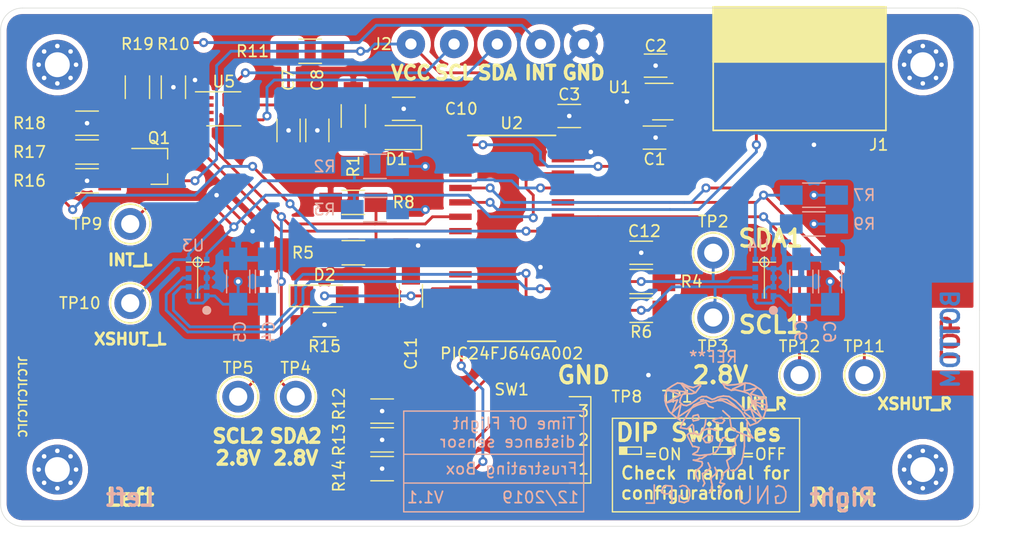
<source format=kicad_pcb>
(kicad_pcb (version 20171130) (host pcbnew "(5.1.5)-2")
  (layers (0 F.Cu signal) (31 B.Cu signal) (34 B.Paste user) (35 F.Paste user) (36 B.SilkS user) (37 F.SilkS user) (38 B.Mask user) (39 F.Mask user) (44 Edge.Cuts user))
  (net 0 "")
  (net 1 VCC)
  (net 2 GND)
  (net 3 VDD)
  (net 4 "Net-(C7-Pad2)")
  (net 5 /Vpp)
  (net 6 "Net-(C12-Pad1)")
  (net 7 "Net-(D2-Pad1)")
  (net 8 /LED)
  (net 9 /ICSPCLK)
  (net 10 /ICSPDAT)
  (net 11 /SDA2_HV)
  (net 12 /SCL2_HV)
  (net 13 /INT_L)
  (net 14 /XSHUT_L)
  (net 15 /SDA1)
  (net 16 /SCL2_LV)
  (net 17 /SCL1)
  (net 18 /INT_R)
  (net 19 /SDA2_LV)
  (net 20 /XSHUT_R)
  (net 21 /DIP3)
  (net 22 /DIP2)
  (net 23 /DIP1)
  (net 24 "Net-(C10-Pad1)")
  (net 25 "Net-(J1-Pad6)")
  (net 26 "Net-(U1-Pad4)")
  (net 27 "Net-(U2-Pad21)")
  (net 28 "Net-(U2-Pad12)")
  (net 29 "Net-(U2-Pad10)")
  (net 30 "Net-(U2-Pad9)")
  (net 31 "Net-(U2-Pad3)")
  (net 32 "Net-(U2-Pad2)")
  (net 33 "Net-(U3-Pad8)")
  (net 34 "Net-(U4-Pad8)")
  (net 35 /INT_OUT_VCC)
  (net 36 "Net-(Q1-Pad1)")
  (net 37 "Net-(Q1-Pad3)")
  (net 38 /INT_OUT_VDD)
  (module footprints:DIP_Switch_CTS_219_Series_Gull_Wing_HandSoldered (layer F.Cu) (at 160.02 101.6 180)
    (fp_text reference SW1 (at 3.81 6.985) (layer F.SilkS))
    (fp_text value SW_DIP_x03)
    (pad 6 smd rect (at 8.6 0 180) (size 2.84 1.13) (drill (offset 0.2 0)) (layers F.Cu F.Paste F.Mask) (net 23 /DIP1))
    (pad 5 smd rect (at 8.6 2.54 180) (size 2.84 1.13) (drill (offset 0.2 0)) (layers F.Cu F.Paste F.Mask) (net 22 /DIP2))
    (pad 4 smd rect (at 8.6 5.08 180) (size 2.84 1.13) (drill (offset 0.2 0)) (layers F.Cu F.Paste F.Mask) (net 21 /DIP3))
    (pad 3 smd rect (at 0 5.08 180) (size 2.84 1.13) (drill (offset -0.2 0)) (layers F.Cu F.Paste F.Mask) (net 3 VDD))
    (pad 2 smd rect (at 0 2.54 180) (size 2.84 1.13) (drill (offset -0.2 0)) (layers F.Cu F.Paste F.Mask) (net 3 VDD))
    (pad 1 smd rect (at 0 0 180) (size 2.84 1.13) (drill (offset -0.2 0)) (layers F.Cu F.Paste F.Mask) (net 3 VDD))
  )
  (module footprints:VL53L0X (layer B.Cu) (at 179.305 86.36)
    (fp_text reference U4 (at -1.345 -4.445) (layer B.SilkS) (effects (justify mirror)))
    (fp_text value VL53L0X)
    (pad 12 smd rect (at -0.8 0) (size 0.5 0.5) (layers B.Cu B.Paste B.Mask) (net 2 GND))
    (pad 11 smd rect (at -1.6 0) (size 0.5 0.5) (layers B.Cu B.Paste B.Mask) (net 3 VDD))
    (pad 10 smd rect (at -1.6 -0.8) (size 0.5 0.5) (layers B.Cu B.Paste B.Mask) (net 17 /SCL1))
    (pad 9 smd rect (at -1.6 -1.6) (size 0.5 0.5) (layers B.Cu B.Paste B.Mask) (net 15 /SDA1))
    (pad 8 smd rect (at -1.6 -2.4) (size 0.5 0.5) (layers B.Cu B.Paste B.Mask) (net 34 "Net-(U4-Pad8)"))
    (pad 7 smd rect (at -1.6 -3.2) (size 0.5 0.5) (layers B.Cu B.Paste B.Mask) (net 18 /INT_R))
    (pad 6 smd rect (at -0.8 -3.2) (size 0.5 0.5) (layers B.Cu B.Paste B.Mask) (net 2 GND))
    (pad 5 smd rect (at 0 -3.2) (size 0.5 0.5) (layers B.Cu B.Paste B.Mask) (net 20 /XSHUT_R))
    (pad 4 smd rect (at 0 -2.4) (size 0.5 0.5) (layers B.Cu B.Paste B.Mask) (net 2 GND))
    (pad 3 smd rect (at 0 -1.6) (size 0.5 0.5) (layers B.Cu B.Paste B.Mask) (net 2 GND))
    (pad 2 smd rect (at 0 -0.8) (size 0.5 0.5) (layers B.Cu B.Paste B.Mask) (net 2 GND))
    (pad 1 smd custom (at 0 0) (size 0.5 0.5) (layers B.Cu B.Paste B.Mask) (net 3 VDD) (options (clearance outline) (anchor rect)) (primitives (gr_poly (pts (xy -0.25 0.33) (xy 0 0.33) (xy 0 -0.25) (xy -0.25 -0.25)) (width 0))))
  )
  (module footprints:VL53L0X (layer B.Cu) (at 129.305 86.36)
    (fp_text reference U3 (at -1.195 -4.445) (layer B.SilkS) (effects (justify mirror)))
    (fp_text value VL53L0X)
    (pad 12 smd rect (at -0.8 0) (size 0.5 0.5) (layers B.Cu B.Paste B.Mask) (net 2 GND))
    (pad 11 smd rect (at -1.6 0) (size 0.5 0.5) (layers B.Cu B.Paste B.Mask) (net 3 VDD))
    (pad 10 smd rect (at -1.6 -0.8) (size 0.5 0.5) (layers B.Cu B.Paste B.Mask) (net 17 /SCL1))
    (pad 9 smd rect (at -1.6 -1.6) (size 0.5 0.5) (layers B.Cu B.Paste B.Mask) (net 15 /SDA1))
    (pad 8 smd rect (at -1.6 -2.4) (size 0.5 0.5) (layers B.Cu B.Paste B.Mask) (net 33 "Net-(U3-Pad8)"))
    (pad 7 smd rect (at -1.6 -3.2) (size 0.5 0.5) (layers B.Cu B.Paste B.Mask) (net 13 /INT_L))
    (pad 6 smd rect (at -0.8 -3.2) (size 0.5 0.5) (layers B.Cu B.Paste B.Mask) (net 2 GND))
    (pad 5 smd rect (at 0 -3.2) (size 0.5 0.5) (layers B.Cu B.Paste B.Mask) (net 14 /XSHUT_L))
    (pad 4 smd rect (at 0 -2.4) (size 0.5 0.5) (layers B.Cu B.Paste B.Mask) (net 2 GND))
    (pad 3 smd rect (at 0 -1.6) (size 0.5 0.5) (layers B.Cu B.Paste B.Mask) (net 2 GND))
    (pad 2 smd rect (at 0 -0.8) (size 0.5 0.5) (layers B.Cu B.Paste B.Mask) (net 2 GND))
    (pad 1 smd custom (at 0 0) (size 0.5 0.5) (layers B.Cu B.Paste B.Mask) (net 3 VDD) (options (clearance outline) (anchor rect)) (primitives (gr_poly (pts (xy -0.25 0.33) (xy 0 0.33) (xy 0 -0.25) (xy -0.25 -0.25)) (width 0))))
  )
  (module footprints:PIC24FJ64GA002-E&slash_SO (layer F.Cu) (at 156.21 81.28)
    (fp_text reference U2 (at 0 -10.16) (layer F.SilkS))
    (fp_text value PIC24FJ64GA002 (at 0 10.16) (layer F.SilkS))
    (pad 28 smd rect (at 4.5212 -8.255) (size 1.9812 0.5588) (layers F.Cu F.Paste F.Mask) (net 3 VDD))
    (pad 27 smd rect (at 4.5212 -6.985) (size 1.9812 0.5588) (layers F.Cu F.Paste F.Mask) (net 2 GND))
    (pad 26 smd rect (at 4.5212 -5.715) (size 1.9812 0.5588) (layers F.Cu F.Paste F.Mask) (net 14 /XSHUT_L))
    (pad 25 smd rect (at 4.5212 -4.445) (size 1.9812 0.5588) (layers F.Cu F.Paste F.Mask) (net 13 /INT_L))
    (pad 24 smd rect (at 4.5212 -3.175) (size 1.9812 0.5588) (layers F.Cu F.Paste F.Mask) (net 18 /INT_R))
    (pad 23 smd rect (at 4.5212 -1.905) (size 1.9812 0.5588) (layers F.Cu F.Paste F.Mask) (net 20 /XSHUT_R))
    (pad 22 smd rect (at 4.5212 -0.635) (size 1.9812 0.5588) (layers F.Cu F.Paste F.Mask) (net 38 /INT_OUT_VDD))
    (pad 21 smd rect (at 4.5212 0.635) (size 1.9812 0.5588) (layers F.Cu F.Paste F.Mask) (net 27 "Net-(U2-Pad21)"))
    (pad 20 smd rect (at 4.5212 1.905) (size 1.9812 0.5588) (layers F.Cu F.Paste F.Mask) (net 6 "Net-(C12-Pad1)"))
    (pad 19 smd rect (at 4.5212 3.175) (size 1.9812 0.5588) (layers F.Cu F.Paste F.Mask) (net 2 GND))
    (pad 18 smd rect (at 4.5212 4.445) (size 1.9812 0.5588) (layers F.Cu F.Paste F.Mask) (net 15 /SDA1))
    (pad 17 smd rect (at 4.5212 5.715) (size 1.9812 0.5588) (layers F.Cu F.Paste F.Mask) (net 17 /SCL1))
    (pad 16 smd rect (at 4.5212 6.985) (size 1.9812 0.5588) (layers F.Cu F.Paste F.Mask) (net 21 /DIP3))
    (pad 15 smd rect (at 4.5212 8.255) (size 1.9812 0.5588) (layers F.Cu F.Paste F.Mask) (net 22 /DIP2))
    (pad 14 smd rect (at -4.5212 8.255) (size 1.9812 0.5588) (layers F.Cu F.Paste F.Mask) (net 23 /DIP1))
    (pad 13 smd rect (at -4.5212 6.985) (size 1.9812 0.5588) (layers F.Cu F.Paste F.Mask) (net 3 VDD))
    (pad 12 smd rect (at -4.5212 5.715) (size 1.9812 0.5588) (layers F.Cu F.Paste F.Mask) (net 28 "Net-(U2-Pad12)"))
    (pad 11 smd rect (at -4.5212 4.445) (size 1.9812 0.5588) (layers F.Cu F.Paste F.Mask) (net 8 /LED))
    (pad 10 smd rect (at -4.5212 3.175) (size 1.9812 0.5588) (layers F.Cu F.Paste F.Mask) (net 29 "Net-(U2-Pad10)"))
    (pad 9 smd rect (at -4.5212 1.905) (size 1.9812 0.5588) (layers F.Cu F.Paste F.Mask) (net 30 "Net-(U2-Pad9)"))
    (pad 8 smd rect (at -4.5212 0.635) (size 1.9812 0.5588) (layers F.Cu F.Paste F.Mask) (net 2 GND))
    (pad 7 smd rect (at -4.5212 -0.635) (size 1.9812 0.5588) (layers F.Cu F.Paste F.Mask) (net 16 /SCL2_LV))
    (pad 6 smd rect (at -4.5212 -1.905) (size 1.9812 0.5588) (layers F.Cu F.Paste F.Mask) (net 19 /SDA2_LV))
    (pad 5 smd rect (at -4.5212 -3.175) (size 1.9812 0.5588) (layers F.Cu F.Paste F.Mask) (net 9 /ICSPCLK))
    (pad 4 smd rect (at -4.5212 -4.445) (size 1.9812 0.5588) (layers F.Cu F.Paste F.Mask) (net 10 /ICSPDAT))
    (pad 3 smd rect (at -4.5212 -5.715) (size 1.9812 0.5588) (layers F.Cu F.Paste F.Mask) (net 31 "Net-(U2-Pad3)"))
    (pad 2 smd rect (at -4.5212 -6.985) (size 1.9812 0.5588) (layers F.Cu F.Paste F.Mask) (net 32 "Net-(U2-Pad2)"))
    (pad 1 smd rect (at -4.5212 -8.255) (size 1.9812 0.5588) (layers F.Cu F.Paste F.Mask) (net 5 /Vpp))
  )
  (module Symbols:Symbol_GNU-Logo_SilkscreenTop (layer B.Cu) (at 173.99 97.79 180)
    (fp_text reference REF** (at 0 6.05028) (layer B.SilkS) (effects (justify mirror)))
    (fp_text value Symbol_GNU-Logo_SilkscreenTop)
  )
  (module Resistors_SMD:R_1206_HandSoldering (layer F.Cu) (at 123.19 67.945 90)
    (fp_text reference R19 (at 3.81 0 180) (layer F.SilkS))
    (fp_text value 330R)
    (pad 1 smd rect (at -2 0 90) (size 2 1.7) (layers F.Cu F.Paste F.Mask) (net 37 "Net-(Q1-Pad3)"))
    (pad 2 smd rect (at 2 0 90) (size 2 1.7) (layers F.Cu F.Paste F.Mask) (net 35 /INT_OUT_VCC))
  )
  (module Resistors_SMD:R_1206_HandSoldering (layer F.Cu) (at 118.745 71.12)
    (fp_text reference R18 (at -5.08 0) (layer F.SilkS))
    (fp_text value 10kR)
    (pad 1 smd rect (at -2 0) (size 2 1.7) (layers F.Cu F.Paste F.Mask) (net 2 GND))
    (pad 2 smd rect (at 2 0) (size 2 1.7) (layers F.Cu F.Paste F.Mask) (net 37 "Net-(Q1-Pad3)"))
  )
  (module Resistors_SMD:R_1206_HandSoldering (layer F.Cu) (at 118.745 73.66)
    (fp_text reference R17 (at -5.08 0) (layer F.SilkS))
    (fp_text value 330R)
    (pad 1 smd rect (at -2 0) (size 2 1.7) (layers F.Cu F.Paste F.Mask) (net 38 /INT_OUT_VDD))
    (pad 2 smd rect (at 2 0) (size 2 1.7) (layers F.Cu F.Paste F.Mask) (net 36 "Net-(Q1-Pad1)"))
  )
  (module Resistors_SMD:R_1206_HandSoldering (layer F.Cu) (at 118.745 76.2 180)
    (fp_text reference R16 (at 5.08 0) (layer F.SilkS))
    (fp_text value 200kR)
    (pad 1 smd rect (at -2 0 180) (size 2 1.7) (layers F.Cu F.Paste F.Mask) (net 2 GND))
    (pad 2 smd rect (at 2 0 180) (size 2 1.7) (layers F.Cu F.Paste F.Mask) (net 38 /INT_OUT_VDD))
  )
  (module TO_SOT_Packages_SMD:SOT-23_Handsoldering (layer F.Cu) (at 125.095 74.93)
    (fp_text reference Q1 (at 0 -2.5) (layer F.SilkS))
    (fp_text value BSH202,215)
    (pad 1 smd rect (at -1.5 -0.95) (size 1.9 0.8) (layers F.Cu F.Paste F.Mask) (net 36 "Net-(Q1-Pad1)"))
    (pad 2 smd rect (at -1.5 0.95) (size 1.9 0.8) (layers F.Cu F.Paste F.Mask) (net 1 VCC))
    (pad 3 smd rect (at 1.5 0) (size 1.9 0.8) (layers F.Cu F.Paste F.Mask) (net 37 "Net-(Q1-Pad3)"))
  )
  (module Resistors_SMD:R_1206_HandSoldering (layer F.Cu) (at 139.7 88.9)
    (fp_text reference R15 (at 0 1.905) (layer F.SilkS))
    (fp_text value 330R)
    (pad 1 smd rect (at -2 0) (size 2 1.7) (layers F.Cu F.Paste F.Mask) (net 7 "Net-(D2-Pad1)"))
    (pad 2 smd rect (at 2 0) (size 2 1.7) (layers F.Cu F.Paste F.Mask) (net 2 GND))
  )
  (module Measurement_Points:Test_Point_Keystone_5010-5014_Multipurpose (layer F.Cu) (at 122.555 80.01)
    (fp_text reference TP9 (at -3.81 0) (layer F.SilkS))
    (fp_text value TestPoint_Probe)
    (pad 1 thru_hole circle (at 0 0) (size 2.8 2.8) (drill 1.6) (layers *.Cu *.Mask) (net 14 /XSHUT_L))
  )
  (module Measurement_Points:Test_Point_Keystone_5010-5014_Multipurpose (layer F.Cu) (at 122.555 86.995)
    (fp_text reference TP10 (at -4.445 0) (layer F.SilkS))
    (fp_text value TestPoint_Probe)
    (pad 1 thru_hole circle (at 0 0) (size 2.8 2.8) (drill 1.6) (layers *.Cu *.Mask) (net 13 /INT_L))
  )
  (module Resistors_SMD:R_1206_HandSoldering (layer F.Cu) (at 142.24 82.55 180)
    (fp_text reference R5 (at 4.445 0) (layer F.SilkS))
    (fp_text value 2.2kR)
    (pad 1 smd rect (at -2 0 180) (size 2 1.7) (layers F.Cu F.Paste F.Mask) (net 16 /SCL2_LV))
    (pad 2 smd rect (at 2 0 180) (size 2 1.7) (layers F.Cu F.Paste F.Mask) (net 3 VDD))
  )
  (module Mounting_Holes:MountingHole_2.2mm_M2_Pad_Via (layer F.Cu) (at 192.485 101.68)
    (fp_text reference REF** hide)
    (fp_text value MountingHole_2.2mm_M2_Pad_Via)
    (pad 1 thru_hole circle (at 0 0) (size 4.4 4.4) (drill 2.2) (layers *.Cu *.Mask))
    (pad 1 thru_hole circle (at 1.65 0) (size 0.7 0.7) (drill 0.4) (layers *.Cu *.Mask))
    (pad 1 thru_hole circle (at 1.166726 1.166726) (size 0.7 0.7) (drill 0.4) (layers *.Cu *.Mask))
    (pad 1 thru_hole circle (at 0 1.65) (size 0.7 0.7) (drill 0.4) (layers *.Cu *.Mask))
    (pad 1 thru_hole circle (at -1.166726 1.166726) (size 0.7 0.7) (drill 0.4) (layers *.Cu *.Mask))
    (pad 1 thru_hole circle (at -1.65 0) (size 0.7 0.7) (drill 0.4) (layers *.Cu *.Mask))
    (pad 1 thru_hole circle (at -1.166726 -1.166726) (size 0.7 0.7) (drill 0.4) (layers *.Cu *.Mask))
    (pad 1 thru_hole circle (at 0 -1.65) (size 0.7 0.7) (drill 0.4) (layers *.Cu *.Mask))
    (pad 1 thru_hole circle (at 1.166726 -1.166726) (size 0.7 0.7) (drill 0.4) (layers *.Cu *.Mask))
  )
  (module Mounting_Holes:MountingHole_2.2mm_M2_Pad_Via (layer F.Cu) (at 116.125 101.68)
    (fp_text reference REF** hide)
    (fp_text value MountingHole_2.2mm_M2_Pad_Via)
    (pad 1 thru_hole circle (at 0 0) (size 4.4 4.4) (drill 2.2) (layers *.Cu *.Mask))
    (pad 1 thru_hole circle (at 1.65 0) (size 0.7 0.7) (drill 0.4) (layers *.Cu *.Mask))
    (pad 1 thru_hole circle (at 1.166726 1.166726) (size 0.7 0.7) (drill 0.4) (layers *.Cu *.Mask))
    (pad 1 thru_hole circle (at 0 1.65) (size 0.7 0.7) (drill 0.4) (layers *.Cu *.Mask))
    (pad 1 thru_hole circle (at -1.166726 1.166726) (size 0.7 0.7) (drill 0.4) (layers *.Cu *.Mask))
    (pad 1 thru_hole circle (at -1.65 0) (size 0.7 0.7) (drill 0.4) (layers *.Cu *.Mask))
    (pad 1 thru_hole circle (at -1.166726 -1.166726) (size 0.7 0.7) (drill 0.4) (layers *.Cu *.Mask))
    (pad 1 thru_hole circle (at 0 -1.65) (size 0.7 0.7) (drill 0.4) (layers *.Cu *.Mask))
    (pad 1 thru_hole circle (at 1.166726 -1.166726) (size 0.7 0.7) (drill 0.4) (layers *.Cu *.Mask))
  )
  (module Mounting_Holes:MountingHole_2.2mm_M2_Pad_Via (layer F.Cu) (at 192.485 65.96)
    (fp_text reference REF** hide)
    (fp_text value MountingHole_2.2mm_M2_Pad_Via)
    (pad 1 thru_hole circle (at 0 0) (size 4.4 4.4) (drill 2.2) (layers *.Cu *.Mask))
    (pad 1 thru_hole circle (at 1.65 0) (size 0.7 0.7) (drill 0.4) (layers *.Cu *.Mask))
    (pad 1 thru_hole circle (at 1.166726 1.166726) (size 0.7 0.7) (drill 0.4) (layers *.Cu *.Mask))
    (pad 1 thru_hole circle (at 0 1.65) (size 0.7 0.7) (drill 0.4) (layers *.Cu *.Mask))
    (pad 1 thru_hole circle (at -1.166726 1.166726) (size 0.7 0.7) (drill 0.4) (layers *.Cu *.Mask))
    (pad 1 thru_hole circle (at -1.65 0) (size 0.7 0.7) (drill 0.4) (layers *.Cu *.Mask))
    (pad 1 thru_hole circle (at -1.166726 -1.166726) (size 0.7 0.7) (drill 0.4) (layers *.Cu *.Mask))
    (pad 1 thru_hole circle (at 0 -1.65) (size 0.7 0.7) (drill 0.4) (layers *.Cu *.Mask))
    (pad 1 thru_hole circle (at 1.166726 -1.166726) (size 0.7 0.7) (drill 0.4) (layers *.Cu *.Mask))
  )
  (module Mounting_Holes:MountingHole_2.2mm_M2_Pad_Via (layer F.Cu) (at 116.125 65.96)
    (fp_text reference REF** hide)
    (fp_text value MountingHole_2.2mm_M2_Pad_Via)
    (pad 1 thru_hole circle (at 0 0) (size 4.4 4.4) (drill 2.2) (layers *.Cu *.Mask))
    (pad 1 thru_hole circle (at 1.65 0) (size 0.7 0.7) (drill 0.4) (layers *.Cu *.Mask))
    (pad 1 thru_hole circle (at 1.166726 1.166726) (size 0.7 0.7) (drill 0.4) (layers *.Cu *.Mask))
    (pad 1 thru_hole circle (at 0 1.65) (size 0.7 0.7) (drill 0.4) (layers *.Cu *.Mask))
    (pad 1 thru_hole circle (at -1.166726 1.166726) (size 0.7 0.7) (drill 0.4) (layers *.Cu *.Mask))
    (pad 1 thru_hole circle (at -1.65 0) (size 0.7 0.7) (drill 0.4) (layers *.Cu *.Mask))
    (pad 1 thru_hole circle (at -1.166726 -1.166726) (size 0.7 0.7) (drill 0.4) (layers *.Cu *.Mask))
    (pad 1 thru_hole circle (at 0 -1.65) (size 0.7 0.7) (drill 0.4) (layers *.Cu *.Mask))
    (pad 1 thru_hole circle (at 1.166726 -1.166726) (size 0.7 0.7) (drill 0.4) (layers *.Cu *.Mask))
  )
  (module Resistors_SMD:R_1206_HandSoldering (layer B.Cu) (at 144.145 74.93 180)
    (fp_text reference R2 (at 4.445 0 180) (layer B.SilkS) (effects (justify mirror)))
    (fp_text value 10kR)
    (pad 1 smd rect (at -2 0 180) (size 2 1.7) (layers B.Cu B.Paste B.Mask) (net 3 VDD))
    (pad 2 smd rect (at 2 0 180) (size 2 1.7) (layers B.Cu B.Paste B.Mask) (net 13 /INT_L))
  )
  (module Resistors_SMD:R_1206_HandSoldering (layer F.Cu) (at 142.24 78.105 180)
    (fp_text reference R8 (at -4.445 0) (layer F.SilkS))
    (fp_text value 2.2kR)
    (pad 1 smd rect (at -2 0 180) (size 2 1.7) (layers F.Cu F.Paste F.Mask) (net 19 /SDA2_LV))
    (pad 2 smd rect (at 2 0 180) (size 2 1.7) (layers F.Cu F.Paste F.Mask) (net 3 VDD))
  )
  (module Capacitors_SMD:C_1206_HandSoldering (layer F.Cu) (at 147.32 86.36 270)
    (fp_text reference C11 (at 5.08 0 90) (layer F.SilkS))
    (fp_text value 0.1µF)
    (pad 1 smd rect (at -2 0 270) (size 2 1.6) (layers F.Cu F.Paste F.Mask) (net 2 GND))
    (pad 2 smd rect (at 2 0 270) (size 2 1.6) (layers F.Cu F.Paste F.Mask) (net 3 VDD))
  )
  (module Measurement_Points:Measurement_Point_Round-SMD-Pad_Small (layer F.Cu) (at 166.37 93.345)
    (fp_text reference TP8 (at 0 1.905) (layer F.SilkS))
    (fp_text value TestPoint_Probe)
    (pad 1 smd circle (at 0 0) (size 1.5 1.5) (layers F.Cu F.Mask) (net 2 GND))
  )
  (module Measurement_Points:Measurement_Point_Round-SMD-Pad_Small (layer F.Cu) (at 170.815 93.345)
    (fp_text reference TP1 (at 0 1.905) (layer F.SilkS))
    (fp_text value TestPoint_Probe)
    (pad 1 smd circle (at 0 0) (size 1.5 1.5) (layers F.Cu F.Mask) (net 3 VDD))
  )
  (module Housings_SSOP:SSOP-8_2.95x2.8mm_Pitch0.65mm (layer F.Cu) (at 130.81 69.85)
    (fp_text reference U5 (at 0 -2.4) (layer F.SilkS))
    (fp_text value PCA9306)
    (pad 1 smd rect (at -1.7 -0.975 270) (size 0.3 1.6) (layers F.Cu F.Paste F.Mask) (net 2 GND))
    (pad 2 smd rect (at -1.7 -0.325 270) (size 0.3 1.6) (layers F.Cu F.Paste F.Mask) (net 3 VDD))
    (pad 3 smd rect (at -1.7 0.325 270) (size 0.3 1.6) (layers F.Cu F.Paste F.Mask) (net 16 /SCL2_LV))
    (pad 4 smd rect (at -1.7 0.975 270) (size 0.3 1.6) (layers F.Cu F.Paste F.Mask) (net 19 /SDA2_LV))
    (pad 5 smd rect (at 1.7 0.975 270) (size 0.3 1.6) (layers F.Cu F.Paste F.Mask) (net 11 /SDA2_HV))
    (pad 6 smd rect (at 1.7 0.325 270) (size 0.3 1.6) (layers F.Cu F.Paste F.Mask) (net 12 /SCL2_HV))
    (pad 7 smd rect (at 1.7 -0.325 270) (size 0.3 1.6) (layers F.Cu F.Paste F.Mask) (net 4 "Net-(C7-Pad2)"))
    (pad 8 smd rect (at 1.7 -0.975 270) (size 0.3 1.6) (layers F.Cu F.Paste F.Mask) (net 4 "Net-(C7-Pad2)"))
  )
  (module TO_SOT_Packages_SMD:SOT-23-5_HandSoldering (layer F.Cu) (at 169.545 69.215)
    (fp_text reference U1 (at -3.81 -1.27) (layer F.SilkS))
    (fp_text value MIC5504-2.8YM5)
    (pad 1 smd rect (at -1.35 -0.95) (size 1.56 0.65) (layers F.Cu F.Paste F.Mask) (net 1 VCC))
    (pad 2 smd rect (at -1.35 0) (size 1.56 0.65) (layers F.Cu F.Paste F.Mask) (net 2 GND))
    (pad 3 smd rect (at -1.35 0.95) (size 1.56 0.65) (layers F.Cu F.Paste F.Mask) (net 1 VCC))
    (pad 4 smd rect (at 1.35 0.95) (size 1.56 0.65) (layers F.Cu F.Paste F.Mask) (net 26 "Net-(U1-Pad4)"))
    (pad 5 smd rect (at 1.35 -0.95) (size 1.56 0.65) (layers F.Cu F.Paste F.Mask) (net 3 VDD))
  )
  (module Measurement_Points:Test_Point_Keystone_5010-5014_Multipurpose (layer F.Cu) (at 181.61 93.345)
    (fp_text reference TP12 (at 0 -2.54) (layer F.SilkS))
    (fp_text value TestPoint_Probe)
    (pad 1 thru_hole circle (at 0 0) (size 2.8 2.8) (drill 1.6) (layers *.Cu *.Mask) (net 20 /XSHUT_R))
  )
  (module Measurement_Points:Test_Point_Keystone_5010-5014_Multipurpose (layer F.Cu) (at 187.325 93.345)
    (fp_text reference TP11 (at 0 -2.54) (layer F.SilkS))
    (fp_text value TestPoint_Probe)
    (pad 1 thru_hole circle (at 0 0) (size 2.8 2.8) (drill 1.6) (layers *.Cu *.Mask) (net 18 /INT_R))
  )
  (module Measurement_Points:Test_Point_Keystone_5010-5014_Multipurpose (layer F.Cu) (at 132.08 95.25)
    (fp_text reference TP5 (at 0 -2.54) (layer F.SilkS))
    (fp_text value TestPoint_Probe)
    (pad 1 thru_hole circle (at 0 0) (size 2.8 2.8) (drill 1.6) (layers *.Cu *.Mask) (net 16 /SCL2_LV))
  )
  (module Measurement_Points:Test_Point_Keystone_5010-5014_Multipurpose (layer F.Cu) (at 137.16 95.25)
    (fp_text reference TP4 (at 0 -2.54) (layer F.SilkS))
    (fp_text value TestPoint_Probe)
    (pad 1 thru_hole circle (at 0 0) (size 2.8 2.8) (drill 1.6) (layers *.Cu *.Mask) (net 19 /SDA2_LV))
  )
  (module Measurement_Points:Test_Point_Keystone_5010-5014_Multipurpose (layer F.Cu) (at 173.99 88.265)
    (fp_text reference TP3 (at 0 2.54) (layer F.SilkS))
    (fp_text value TestPoint_Probe)
    (pad 1 thru_hole circle (at 0 0) (size 2.8 2.8) (drill 1.6) (layers *.Cu *.Mask) (net 17 /SCL1))
  )
  (module Measurement_Points:Test_Point_Keystone_5010-5014_Multipurpose (layer F.Cu) (at 173.99 82.55)
    (fp_text reference TP2 (at 0 -2.75) (layer F.SilkS))
    (fp_text value TestPoint_Probe)
    (pad 1 thru_hole circle (at 0 0) (size 2.8 2.8) (drill 1.6) (layers *.Cu *.Mask) (net 15 /SDA1))
  )
  (module Resistors_SMD:R_1206_HandSoldering (layer F.Cu) (at 144.78 101.6)
    (fp_text reference R14 (at -3.81 0.635 90) (layer F.SilkS))
    (fp_text value 10kR)
    (pad 1 smd rect (at -2 0) (size 2 1.7) (layers F.Cu F.Paste F.Mask) (net 2 GND))
    (pad 2 smd rect (at 2 0) (size 2 1.7) (layers F.Cu F.Paste F.Mask) (net 23 /DIP1))
  )
  (module Resistors_SMD:R_1206_HandSoldering (layer F.Cu) (at 144.78 99.06)
    (fp_text reference R13 (at -3.81 0 90) (layer F.SilkS))
    (fp_text value 10kR)
    (pad 1 smd rect (at -2 0) (size 2 1.7) (layers F.Cu F.Paste F.Mask) (net 2 GND))
    (pad 2 smd rect (at 2 0) (size 2 1.7) (layers F.Cu F.Paste F.Mask) (net 22 /DIP2))
  )
  (module Resistors_SMD:R_1206_HandSoldering (layer F.Cu) (at 144.78 96.52)
    (fp_text reference R12 (at -3.81 -0.635 90) (layer F.SilkS))
    (fp_text value 10kR)
    (pad 1 smd rect (at -2 0) (size 2 1.7) (layers F.Cu F.Paste F.Mask) (net 2 GND))
    (pad 2 smd rect (at 2 0) (size 2 1.7) (layers F.Cu F.Paste F.Mask) (net 21 /DIP3))
  )
  (module Resistors_SMD:R_1206_HandSoldering (layer F.Cu) (at 138.43 64.77 180)
    (fp_text reference R11 (at 5.08 0) (layer F.SilkS))
    (fp_text value 200kR)
    (pad 1 smd rect (at -2 0 180) (size 2 1.7) (layers F.Cu F.Paste F.Mask) (net 1 VCC))
    (pad 2 smd rect (at 2 0 180) (size 2 1.7) (layers F.Cu F.Paste F.Mask) (net 4 "Net-(C7-Pad2)"))
  )
  (module Resistors_SMD:R_1206_HandSoldering (layer F.Cu) (at 126.365 67.945 90)
    (fp_text reference R10 (at 3.81 0 180) (layer F.SilkS))
    (fp_text value 262.5kR)
    (pad 1 smd rect (at -2 0 90) (size 2 1.7) (layers F.Cu F.Paste F.Mask) (net 3 VDD))
    (pad 2 smd rect (at 2 0 90) (size 2 1.7) (layers F.Cu F.Paste F.Mask) (net 2 GND))
  )
  (module Resistors_SMD:R_1206_HandSoldering (layer B.Cu) (at 182.88 80.01 180)
    (fp_text reference R9 (at -4.445 0) (layer B.SilkS) (effects (justify mirror)))
    (fp_text value 10kR)
    (pad 1 smd rect (at -2 0 180) (size 2 1.7) (layers B.Cu B.Paste B.Mask) (net 3 VDD))
    (pad 2 smd rect (at 2 0 180) (size 2 1.7) (layers B.Cu B.Paste B.Mask) (net 20 /XSHUT_R))
  )
  (module Resistors_SMD:R_1206_HandSoldering (layer B.Cu) (at 182.88 77.47 180)
    (fp_text reference R7 (at -4.445 0) (layer B.SilkS) (effects (justify mirror)))
    (fp_text value 10kR)
    (pad 1 smd rect (at -2 0 180) (size 2 1.7) (layers B.Cu B.Paste B.Mask) (net 3 VDD))
    (pad 2 smd rect (at 2 0 180) (size 2 1.7) (layers B.Cu B.Paste B.Mask) (net 18 /INT_R))
  )
  (module Resistors_SMD:R_1206_HandSoldering (layer F.Cu) (at 167.64 87.63 180)
    (fp_text reference R6 (at 0 -1.905) (layer F.SilkS))
    (fp_text value 2.2kR)
    (pad 1 smd rect (at -2 0 180) (size 2 1.7) (layers F.Cu F.Paste F.Mask) (net 3 VDD))
    (pad 2 smd rect (at 2 0 180) (size 2 1.7) (layers F.Cu F.Paste F.Mask) (net 17 /SCL1))
  )
  (module Resistors_SMD:R_1206_HandSoldering (layer F.Cu) (at 167.64 85.09 180)
    (fp_text reference R4 (at -4.445 0) (layer F.SilkS))
    (fp_text value 2.2kR)
    (pad 1 smd rect (at -2 0 180) (size 2 1.7) (layers F.Cu F.Paste F.Mask) (net 3 VDD))
    (pad 2 smd rect (at 2 0 180) (size 2 1.7) (layers F.Cu F.Paste F.Mask) (net 15 /SDA1))
  )
  (module Resistors_SMD:R_1206_HandSoldering (layer B.Cu) (at 144.145 78.74 180)
    (fp_text reference R3 (at 4.445 0 180) (layer B.SilkS) (effects (justify mirror)))
    (fp_text value 10kR)
    (pad 1 smd rect (at -2 0 180) (size 2 1.7) (layers B.Cu B.Paste B.Mask) (net 3 VDD))
    (pad 2 smd rect (at 2 0 180) (size 2 1.7) (layers B.Cu B.Paste B.Mask) (net 14 /XSHUT_L))
  )
  (module Resistors_SMD:R_1206_HandSoldering (layer F.Cu) (at 142.24 70.485 90)
    (fp_text reference R1 (at -4.445 0 270) (layer F.SilkS))
    (fp_text value 10kR)
    (pad 1 smd rect (at -2 0 90) (size 2 1.7) (layers F.Cu F.Paste F.Mask) (net 24 "Net-(C10-Pad1)"))
    (pad 2 smd rect (at 2 0 90) (size 2 1.7) (layers F.Cu F.Paste F.Mask) (net 3 VDD))
  )
  (module footprints:SolderWirePad_01x05_2-5mmDrill_HandSoldering (layer F.Cu) (at 154.94 64.135)
    (fp_text reference J2 (at -10.16 0) (layer F.SilkS))
    (fp_text value Conn_01x05)
    (pad 5 thru_hole circle (at 7.62 0) (size 2.49936 2.49936) (drill 1.00076) (layers *.Cu *.Mask) (net 2 GND))
    (pad 4 thru_hole circle (at 3.81 0) (size 2.49936 2.49936) (drill 1.00076) (layers *.Cu *.Mask) (net 35 /INT_OUT_VCC))
    (pad 3 thru_hole circle (at 0 0) (size 2.49936 2.49936) (drill 1.00076) (layers *.Cu *.Mask) (net 11 /SDA2_HV))
    (pad 2 thru_hole circle (at -3.81 0) (size 2.49936 2.49936) (drill 1.00076) (layers *.Cu *.Mask) (net 12 /SCL2_HV))
    (pad 1 thru_hole circle (at -7.62 0) (size 2.49936 2.49936) (drill 1.00076) (layers *.Cu *.Mask) (net 1 VCC))
  )
  (module footprints:Conn_01x06_2.54mm_Horizontal_SMD_Handsoldered (layer F.Cu) (at 189.23 71.755 180)
    (fp_text reference J1 (at 0.635 -1.27 180) (layer F.SilkS))
    (fp_text value Conn_01x06_Male)
    (pad 6 smd rect (at 13.97 1.85 180) (size 1 3.1) (drill (offset 0 -0.3)) (layers F.Cu F.Paste F.Mask) (net 25 "Net-(J1-Pad6)"))
    (pad 1 smd rect (at 1.27 1.85 180) (size 1 3.1) (drill (offset 0 -0.3)) (layers F.Cu F.Paste F.Mask) (net 5 /Vpp))
    (pad 5 smd rect (at 11.43 1.85 180) (size 1 3.1) (drill (offset 0 -0.3)) (layers F.Cu F.Paste F.Mask) (net 9 /ICSPCLK))
    (pad 2 smd rect (at 3.81 1.85 180) (size 1 3.1) (drill (offset 0 -0.3)) (layers F.Cu F.Paste F.Mask) (net 3 VDD))
    (pad 3 smd rect (at 6.35 1.85 180) (size 1 3.1) (drill (offset 0 -0.3)) (layers F.Cu F.Paste F.Mask) (net 2 GND))
    (pad 4 smd rect (at 8.89 1.85 180) (size 1 3.1) (drill (offset 0 -0.3)) (layers F.Cu F.Paste F.Mask) (net 10 /ICSPDAT))
  )
  (module LEDs:LED_1206_HandSoldering (layer F.Cu) (at 139.7 86.36)
    (fp_text reference D2 (at 0 -1.85) (layer F.SilkS))
    (fp_text value LED)
    (pad 1 smd rect (at -2 0) (size 2 1.7) (layers F.Cu F.Paste F.Mask) (net 7 "Net-(D2-Pad1)"))
    (pad 2 smd rect (at 2 0) (size 2 1.7) (layers F.Cu F.Paste F.Mask) (net 8 /LED))
  )
  (module Diodes_SMD:D_1206 (layer F.Cu) (at 146.05 72.39 180)
    (fp_text reference D1 (at 0 -1.905) (layer F.SilkS))
    (fp_text value D_Schottky)
    (pad 1 smd rect (at -1.5 0 180) (size 1 1.6) (layers F.Cu F.Paste F.Mask) (net 5 /Vpp))
    (pad 2 smd rect (at 1.5 0 180) (size 1 1.6) (layers F.Cu F.Paste F.Mask) (net 24 "Net-(C10-Pad1)"))
  )
  (module Capacitors_SMD:C_1206_HandSoldering (layer F.Cu) (at 167.64 82.55)
    (fp_text reference C12 (at -1.27 -1.905) (layer F.SilkS) (effects (justify left)))
    (fp_text value 10µF)
    (pad 1 smd rect (at -2 0) (size 2 1.6) (layers F.Cu F.Paste F.Mask) (net 6 "Net-(C12-Pad1)"))
    (pad 2 smd rect (at 2 0) (size 2 1.6) (layers F.Cu F.Paste F.Mask) (net 2 GND))
  )
  (module Capacitors_SMD:C_1206_HandSoldering (layer F.Cu) (at 146.685 69.85)
    (fp_text reference C10 (at 5.08 0) (layer F.SilkS))
    (fp_text value 0.1µF)
    (pad 1 smd rect (at -2 0) (size 2 1.6) (layers F.Cu F.Paste F.Mask) (net 24 "Net-(C10-Pad1)"))
    (pad 2 smd rect (at 2 0) (size 2 1.6) (layers F.Cu F.Paste F.Mask) (net 2 GND))
  )
  (module Capacitors_SMD:C_1206_HandSoldering (layer B.Cu) (at 184.31 85.09 90)
    (fp_text reference C9 (at -4.445 0 90) (layer B.SilkS) (effects (justify mirror)))
    (fp_text value 4.7µF)
    (pad 1 smd rect (at -2 0 90) (size 2 1.6) (layers B.Cu B.Paste B.Mask) (net 3 VDD))
    (pad 2 smd rect (at 2 0 90) (size 2 1.6) (layers B.Cu B.Paste B.Mask) (net 2 GND))
  )
  (module Capacitors_SMD:C_1206_HandSoldering (layer F.Cu) (at 139.065 71.755 90)
    (fp_text reference C8 (at 4.445 0 270) (layer F.SilkS))
    (fp_text value 4.7µF)
    (pad 1 smd rect (at -2 0 90) (size 2 1.6) (layers F.Cu F.Paste F.Mask) (net 2 GND))
    (pad 2 smd rect (at 2 0 90) (size 2 1.6) (layers F.Cu F.Paste F.Mask) (net 4 "Net-(C7-Pad2)"))
  )
  (module Capacitors_SMD:C_1206_HandSoldering (layer F.Cu) (at 136.525 71.755 90)
    (fp_text reference C7 (at 4.445 0 270) (layer F.SilkS))
    (fp_text value 0.1µF)
    (pad 1 smd rect (at -2 0 90) (size 2 1.6) (layers F.Cu F.Paste F.Mask) (net 2 GND))
    (pad 2 smd rect (at 2 0 90) (size 2 1.6) (layers F.Cu F.Paste F.Mask) (net 4 "Net-(C7-Pad2)"))
  )
  (module Capacitors_SMD:C_1206_HandSoldering (layer B.Cu) (at 181.77 85.09 90)
    (fp_text reference C6 (at -4.35 0 90) (layer B.SilkS) (effects (justify mirror)))
    (fp_text value 0.1µF)
    (pad 1 smd rect (at -2 0 90) (size 2 1.6) (layers B.Cu B.Paste B.Mask) (net 3 VDD))
    (pad 2 smd rect (at 2 0 90) (size 2 1.6) (layers B.Cu B.Paste B.Mask) (net 2 GND))
  )
  (module Capacitors_SMD:C_1206_HandSoldering (layer B.Cu) (at 132.08 85.09 90)
    (fp_text reference C5 (at -4.445 0.16 90) (layer B.SilkS) (effects (justify mirror)))
    (fp_text value 4.7µF)
    (pad 1 smd rect (at -2 0 90) (size 2 1.6) (layers B.Cu B.Paste B.Mask) (net 3 VDD))
    (pad 2 smd rect (at 2 0 90) (size 2 1.6) (layers B.Cu B.Paste B.Mask) (net 2 GND))
  )
  (module Capacitors_SMD:C_1206_HandSoldering (layer B.Cu) (at 134.62 85.09 90)
    (fp_text reference C4 (at -4.445 0.16 90) (layer B.SilkS) (effects (justify mirror)))
    (fp_text value 0.1µF)
    (pad 1 smd rect (at -2 0 90) (size 2 1.6) (layers B.Cu B.Paste B.Mask) (net 3 VDD))
    (pad 2 smd rect (at 2 0 90) (size 2 1.6) (layers B.Cu B.Paste B.Mask) (net 2 GND))
  )
  (module Capacitors_SMD:C_1206_HandSoldering (layer F.Cu) (at 161.29 70.485 180)
    (fp_text reference C3 (at 0 1.905) (layer F.SilkS))
    (fp_text value 0.1µF)
    (pad 1 smd rect (at -2 0 180) (size 2 1.6) (layers F.Cu F.Paste F.Mask) (net 2 GND))
    (pad 2 smd rect (at 2 0 180) (size 2 1.6) (layers F.Cu F.Paste F.Mask) (net 3 VDD))
  )
  (module Capacitors_SMD:C_1206_HandSoldering (layer F.Cu) (at 168.91 66.04)
    (fp_text reference C2 (at 0 -1.75) (layer F.SilkS))
    (fp_text value 1µF)
    (pad 1 smd rect (at -2 0) (size 2 1.6) (layers F.Cu F.Paste F.Mask) (net 2 GND))
    (pad 2 smd rect (at 2 0) (size 2 1.6) (layers F.Cu F.Paste F.Mask) (net 3 VDD))
  )
  (module Capacitors_SMD:C_1206_HandSoldering (layer F.Cu) (at 168.815 72.39)
    (fp_text reference C1 (at 0 1.905) (layer F.SilkS))
    (fp_text value 1µF)
    (pad 1 smd rect (at -2 0) (size 2 1.6) (layers F.Cu F.Paste F.Mask) (net 1 VCC))
    (pad 2 smd rect (at 2 0) (size 2 1.6) (layers F.Cu F.Paste F.Mask) (net 2 GND))
  )
  (gr_text "Check manual for\nconfiguration" (at 165.735 102.87) (layer F.SilkS) (effects (font (size 1.1 1.1) (thickness 0.2)) (justify left)))
  (gr_text "DIP Switches" (at 172.72 98.425) (layer F.SilkS) (effects (font (size 1.5 1.5) (thickness 0.3))))
  (gr_text "=OFF\n" (at 178.435 100.33) (layer F.SilkS) (effects (font (size 1 1))))
  (gr_text =ON (at 169.545 100.33) (layer F.SilkS) (effects (font (size 1 1))))
  (gr_line (start 173.99 99.695) (end 175.895 99.695) (layer F.SilkS) (width 0.12))
  (gr_line (start 175.895 100.33) (end 173.99 100.33) (layer F.SilkS) (width 0.12))
  (gr_line (start 175.895 99.695) (end 175.895 100.33) (layer F.SilkS) (width 0.12))
  (gr_line (start 173.99 100.33) (end 173.99 99.695) (layer F.SilkS) (width 0.12))
  (gr_poly (pts (xy 175.895 100.33) (xy 175.26 100.33) (xy 175.26 99.695) (xy 175.895 99.695)) (layer F.SilkS) (width 0.1))
  (gr_poly (pts (xy 166.37 100.33) (xy 165.735 100.33) (xy 165.735 99.695) (xy 166.37 99.695)) (layer F.SilkS) (width 0.1))
  (gr_line (start 165.735 100.33) (end 165.735 99.695) (layer F.SilkS) (width 0.12))
  (gr_line (start 167.64 100.33) (end 165.735 100.33) (layer F.SilkS) (width 0.12))
  (gr_line (start 167.64 99.695) (end 167.64 100.33) (layer F.SilkS) (width 0.12))
  (gr_line (start 165.735 99.695) (end 167.64 99.695) (layer F.SilkS) (width 0.12))
  (gr_line (start 181.61 97.155) (end 181.61 105.41) (layer F.SilkS) (width 0.12))
  (gr_line (start 165.1 97.155) (end 181.61 97.155) (layer F.SilkS) (width 0.12))
  (gr_line (start 165.1 105.41) (end 165.1 97.155) (layer F.SilkS) (width 0.12))
  (gr_line (start 181.61 105.41) (end 165.1 105.41) (layer F.SilkS) (width 0.12))
  (gr_text JLCJLCJLCJLC (at 113.03 95.25 270) (layer F.SilkS) (effects (font (size 0.7 0.7))))
  (gr_line (start 163.195 102.87) (end 161.29 102.87) (layer F.SilkS) (width 0.12))
  (gr_line (start 163.195 95.25) (end 163.195 102.87) (layer F.SilkS) (width 0.12))
  (gr_line (start 161.29 95.25) (end 163.195 95.25) (layer F.SilkS) (width 0.12))
  (gr_text 1 (at 162.56 101.6) (layer F.SilkS) (effects (font (size 1 1))))
  (gr_text 2 (at 162.56 99.06) (layer F.SilkS) (effects (font (size 1 1))))
  (gr_text 3 (at 162.56 96.52) (layer F.SilkS) (effects (font (size 1 1))))
  (gr_arc (start 195.58 62.865) (end 197.485 62.865) (angle -90) (layer Edge.Cuts) (width 0.05))
  (gr_arc (start 195.58 104.775) (end 195.58 106.68) (angle -90) (layer Edge.Cuts) (width 0.05))
  (gr_arc (start 113.03 104.775) (end 111.125 104.775) (angle -90) (layer Edge.Cuts) (width 0.05))
  (gr_arc (start 113.03 62.865) (end 113.03 60.96) (angle -90) (layer Edge.Cuts) (width 0.05))
  (gr_text Left (at 122.555 104.14) (layer B.SilkS) (effects (font (size 1.5 1.5) (thickness 0.3)) (justify mirror)))
  (gr_text Right (at 185.42 104.14) (layer B.SilkS) (effects (font (size 1.5 1.5) (thickness 0.3)) (justify mirror)))
  (gr_text Right (at 185.42 104.14) (layer F.SilkS) (effects (font (size 1.5 1.5) (thickness 0.3))))
  (gr_text Left (at 122.555 104.14) (layer F.SilkS) (effects (font (size 1.5 1.5) (thickness 0.3))))
  (gr_line (start 146.685 105.41) (end 162.56 105.41) (layer B.SilkS) (width 0.12))
  (gr_text V1.1 (at 148.59 104.14) (layer B.SilkS) (effects (font (size 1 1)) (justify mirror)))
  (gr_text 12/2019 (at 158.75 104.14) (layer B.SilkS) (effects (font (size 1 1)) (justify mirror)))
  (gr_text "Frustrating Box" (at 156.21 101.6) (layer B.SilkS) (effects (font (size 1 1)) (justify mirror)))
  (gr_line (start 146.685 96.52) (end 162.56 96.52) (layer B.SilkS) (width 0.12))
  (gr_text "Time Of Flight\ndistance sensor" (at 161.925 98.425) (layer B.SilkS) (effects (font (size 1 1)) (justify left mirror)))
  (gr_line (start 146.685 96.52) (end 146.685 105.41) (layer B.SilkS) (width 0.12))
  (gr_line (start 162.56 102.87) (end 146.685 102.87) (layer B.SilkS) (width 0.12))
  (gr_line (start 162.56 105.41) (end 162.56 96.52) (layer B.SilkS) (width 0.12))
  (gr_line (start 146.685 100.33) (end 162.56 100.33) (layer B.SilkS) (width 0.12))
  (gr_text "BOTTOM\n" (at 194.945 90.17 90) (layer B.Cu) (effects (font (size 1.5 1.5) (thickness 0.3)) (justify mirror)))
  (gr_text "TOP\n" (at 194.945 90.17 90) (layer F.Cu) (effects (font (size 1.5 1.5) (thickness 0.3))))
  (gr_text INT_L (at 122.555 83.185) (layer F.SilkS) (effects (font (size 1 1) (thickness 0.25))))
  (gr_text XSHUT_L (at 122.555 90.17) (layer F.SilkS) (effects (font (size 1 1) (thickness 0.25))))
  (gr_line (start 113.03 60.96) (end 195.58 60.96) (layer Edge.Cuts) (width 0.05))
  (gr_line (start 111.125 104.775) (end 111.125 62.865) (layer Edge.Cuts) (width 0.05))
  (gr_line (start 197.485 87.63) (end 197.485 104.775) (layer Edge.Cuts) (width 0.05))
  (gr_line (start 195.58 106.68) (end 113.03 106.68) (layer Edge.Cuts) (width 0.05))
  (gr_line (start 197.485 62.865) (end 197.485 87.63) (layer Edge.Cuts) (width 0.05))
  (gr_text "SDA2\n2.8V" (at 137.16 99.695) (layer F.SilkS) (effects (font (size 1.2 1.2) (thickness 0.3))))
  (gr_text "SCL2\n2.8V\n" (at 132.08 99.695) (layer F.SilkS) (effects (font (size 1.2 1.2) (thickness 0.3))))
  (gr_text GND (at 162.56 66.675) (layer F.SilkS) (effects (font (size 1.2 1.2) (thickness 0.3))))
  (gr_text INT (at 158.75 66.675) (layer F.SilkS) (effects (font (size 1.2 1.2) (thickness 0.3))))
  (gr_text SDA (at 154.94 66.675) (layer F.SilkS) (effects (font (size 1.2 1.2) (thickness 0.3))))
  (gr_text SCL (at 151.13 66.675) (layer F.SilkS) (effects (font (size 1.2 1.2) (thickness 0.3))))
  (gr_text VCC (at 147.32 66.675) (layer F.SilkS) (effects (font (size 1.2 1.2) (thickness 0.3))))
  (gr_text XSHUT_R (at 191.77 95.885) (layer F.SilkS) (effects (font (size 1 1) (thickness 0.25))))
  (gr_text INT_R (at 178.435 95.885) (layer F.SilkS) (effects (font (size 1 1) (thickness 0.25))))
  (gr_text "SCL1\n" (at 179.07 88.9) (layer F.SilkS) (effects (font (size 1.5 1.5) (thickness 0.3))))
  (gr_text SDA1 (at 179.07 81.28) (layer F.SilkS) (effects (font (size 1.5 1.5) (thickness 0.3))))
  (gr_text "2.8V\n" (at 174.625 93.345) (layer F.SilkS) (effects (font (size 1.5 1.5) (thickness 0.3))))
  (gr_text GND (at 162.56 93.345) (layer F.SilkS) (effects (font (size 1.5 1.5) (thickness 0.3))))
  (segment (start 165.42 68.265) (end 168.195 68.265) (width 0.25) (layer F.Cu) (net 1))
  (segment (start 165.42 68.265) (end 165.42 69.535) (width 0.25) (layer F.Cu) (net 1))
  (segment (start 165.42 69.535) (end 166.05 70.165) (width 0.25) (layer F.Cu) (net 1))
  (segment (start 166.275 72.39) (end 166.275 71.215) (width 0.25) (layer F.Cu) (net 1))
  (segment (start 166.69 70.165) (end 166.69 70.8) (width 0.25) (layer F.Cu) (net 1))
  (segment (start 166.69 70.165) (end 168.195 70.165) (width 0.25) (layer F.Cu) (net 1))
  (segment (start 166.05 70.165) (end 166.69 70.165) (width 0.25) (layer F.Cu) (net 1))
  (segment (start 166.69 70.8) (end 166.275 71.215) (width 0.25) (layer F.Cu) (net 1))
  (segment (start 140.43 64.77) (end 142.875 64.77) (width 0.25) (layer F.Cu) (net 1))
  (via (at 142.875 64.77) (size 0.8) (drill 0.4) (layers F.Cu B.Cu) (net 1))
  (segment (start 142.875 64.77) (end 143.51 64.77) (width 0.25) (layer B.Cu) (net 1))
  (segment (start 144.145 64.135) (end 147.32 64.135) (width 0.25) (layer B.Cu) (net 1))
  (segment (start 143.51 64.77) (end 144.145 64.135) (width 0.25) (layer B.Cu) (net 1))
  (segment (start 124.795 75.88) (end 125.115 76.2) (width 0.25) (layer F.Cu) (net 1))
  (segment (start 123.595 75.88) (end 124.795 75.88) (width 0.25) (layer F.Cu) (net 1))
  (via (at 128.27 76.2) (size 0.8) (drill 0.4) (layers F.Cu B.Cu) (net 1))
  (segment (start 125.115 76.2) (end 128.27 76.2) (width 0.25) (layer F.Cu) (net 1))
  (segment (start 128.27 76.2) (end 130.175 74.295) (width 0.25) (layer B.Cu) (net 1))
  (segment (start 130.175 74.295) (end 130.175 66.04) (width 0.25) (layer B.Cu) (net 1))
  (segment (start 131.445 64.77) (end 142.875 64.77) (width 0.25) (layer B.Cu) (net 1))
  (segment (start 130.175 66.04) (end 131.445 64.77) (width 0.25) (layer B.Cu) (net 1))
  (segment (start 165.42 67.63) (end 165.42 68.265) (width 0.25) (layer F.Cu) (net 1))
  (segment (start 164.465 66.675) (end 165.42 67.63) (width 0.25) (layer F.Cu) (net 1))
  (segment (start 147.32 64.135) (end 149.86 66.675) (width 0.25) (layer F.Cu) (net 1))
  (segment (start 149.86 66.675) (end 164.465 66.675) (width 0.25) (layer F.Cu) (net 1))
  (via (at 133.35 80.645) (size 0.8) (drill 0.4) (layers F.Cu B.Cu) (net 2))
  (segment (start 133.35 80.645) (end 130.175 77.47) (width 0.25) (layer F.Cu) (net 2))
  (via (at 130.175 77.47) (size 0.8) (drill 0.4) (layers F.Cu B.Cu) (net 2))
  (via (at 128.27 67.31) (size 0.8) (drill 0.4) (layers F.Cu B.Cu) (net 2))
  (segment (start 129.11 68.875) (end 129.11 68.15) (width 0.25) (layer F.Cu) (net 2))
  (segment (start 129.11 68.15) (end 128.27 67.31) (width 0.25) (layer F.Cu) (net 2))
  (via (at 158.75 83.82) (size 0.8) (drill 0.4) (layers F.Cu B.Cu) (net 2))
  (segment (start 160.7312 84.455) (end 159.385 84.455) (width 0.25) (layer F.Cu) (net 2))
  (segment (start 159.385 84.455) (end 158.75 83.82) (width 0.25) (layer F.Cu) (net 2))
  (segment (start 169.64 82.55) (end 167.64 82.55) (width 0.25) (layer F.Cu) (net 2))
  (via (at 167.64 82.55) (size 0.8) (drill 0.4) (layers F.Cu B.Cu) (net 2))
  (segment (start 163.29 70.485) (end 161.29 70.485) (width 0.25) (layer F.Cu) (net 2))
  (via (at 161.29 70.485) (size 0.8) (drill 0.4) (layers F.Cu B.Cu) (net 2))
  (segment (start 136.525 73.755) (end 136.525 71.755) (width 0.25) (layer F.Cu) (net 2))
  (via (at 136.525 71.755) (size 0.8) (drill 0.4) (layers F.Cu B.Cu) (net 2))
  (via (at 139.065 71.755) (size 0.8) (drill 0.4) (layers F.Cu B.Cu) (net 2))
  (segment (start 139.065 73.755) (end 139.065 71.755) (width 0.25) (layer F.Cu) (net 2))
  (segment (start 147.32 84.36) (end 147.32 82.55) (width 0.25) (layer F.Cu) (net 2))
  (segment (start 147.955 81.915) (end 151.6888 81.915) (width 0.25) (layer F.Cu) (net 2))
  (segment (start 147.32 82.55) (end 147.955 81.915) (width 0.25) (layer F.Cu) (net 2))
  (via (at 147.955 81.915) (size 0.8) (drill 0.4) (layers F.Cu B.Cu) (net 2))
  (segment (start 168.195 69.215) (end 166.37 69.215) (width 0.25) (layer F.Cu) (net 2))
  (via (at 166.37 69.215) (size 0.8) (drill 0.4) (layers F.Cu B.Cu) (net 2))
  (segment (start 166.91 66.04) (end 168.91 66.04) (width 0.25) (layer F.Cu) (net 2))
  (via (at 168.91 66.04) (size 0.8) (drill 0.4) (layers F.Cu B.Cu) (net 2))
  (segment (start 170.275 72.39) (end 168.91 72.39) (width 0.25) (layer F.Cu) (net 2))
  (via (at 168.91 72.39) (size 0.8) (drill 0.4) (layers F.Cu B.Cu) (net 2))
  (segment (start 178.805 83.96) (end 179.305 83.96) (width 0.25) (layer B.Cu) (net 2))
  (segment (start 178.505 83.66) (end 178.805 83.96) (width 0.25) (layer B.Cu) (net 2))
  (segment (start 178.505 83.16) (end 178.505 83.66) (width 0.25) (layer B.Cu) (net 2))
  (segment (start 179.305 83.96) (end 179.305 85.56) (width 0.25) (layer B.Cu) (net 2))
  (segment (start 178.505 85.86) (end 178.505 86.36) (width 0.25) (layer B.Cu) (net 2))
  (segment (start 178.805 85.56) (end 178.505 85.86) (width 0.25) (layer B.Cu) (net 2))
  (segment (start 179.305 85.56) (end 178.805 85.56) (width 0.25) (layer B.Cu) (net 2))
  (segment (start 180.675 83.09) (end 181.77 83.09) (width 0.25) (layer B.Cu) (net 2))
  (segment (start 179.305 83.96) (end 179.805 83.96) (width 0.25) (layer B.Cu) (net 2))
  (segment (start 179.805 83.96) (end 180.675 83.09) (width 0.25) (layer B.Cu) (net 2))
  (segment (start 181.77 83.09) (end 184.31 83.09) (width 0.25) (layer B.Cu) (net 2))
  (segment (start 128.805 83.96) (end 129.305 83.96) (width 0.25) (layer B.Cu) (net 2))
  (segment (start 128.505 83.66) (end 128.805 83.96) (width 0.25) (layer B.Cu) (net 2))
  (segment (start 128.505 83.16) (end 128.505 83.66) (width 0.25) (layer B.Cu) (net 2))
  (segment (start 129.305 83.96) (end 129.305 85.56) (width 0.25) (layer B.Cu) (net 2))
  (segment (start 128.505 85.86) (end 128.505 86.36) (width 0.25) (layer B.Cu) (net 2))
  (segment (start 128.805 85.56) (end 128.505 85.86) (width 0.25) (layer B.Cu) (net 2))
  (segment (start 129.305 85.56) (end 128.805 85.56) (width 0.25) (layer B.Cu) (net 2))
  (segment (start 129.305 83.96) (end 129.805 83.96) (width 0.25) (layer B.Cu) (net 2))
  (segment (start 130.675 83.09) (end 131.92 83.09) (width 0.25) (layer B.Cu) (net 2))
  (segment (start 129.805 83.96) (end 130.675 83.09) (width 0.25) (layer B.Cu) (net 2))
  (segment (start 131.92 83.09) (end 134.46 83.09) (width 0.25) (layer B.Cu) (net 2))
  (segment (start 160.7312 74.295) (end 162.56 74.295) (width 0.25) (layer F.Cu) (net 2))
  (via (at 163.195 73.66) (size 0.8) (drill 0.4) (layers F.Cu B.Cu) (net 2))
  (segment (start 162.56 74.295) (end 163.195 73.66) (width 0.25) (layer F.Cu) (net 2))
  (segment (start 148.685 69.85) (end 146.685 69.85) (width 0.25) (layer F.Cu) (net 2))
  (via (at 146.685 69.85) (size 0.8) (drill 0.4) (layers F.Cu B.Cu) (net 2))
  (segment (start 166.37 93.345) (end 168.275 93.345) (width 0.25) (layer F.Cu) (net 2))
  (via (at 168.275 93.345) (size 0.8) (drill 0.4) (layers F.Cu B.Cu) (net 2))
  (via (at 139.7 88.9) (size 0.8) (drill 0.4) (layers F.Cu B.Cu) (net 2))
  (segment (start 141.7 88.9) (end 139.7 88.9) (width 0.25) (layer F.Cu) (net 2))
  (segment (start 126.365 65.31) (end 126.365 67.945) (width 0.25) (layer F.Cu) (net 2))
  (via (at 126.365 67.945) (size 0.8) (drill 0.4) (layers F.Cu B.Cu) (net 2))
  (segment (start 142.78 96.52) (end 144.78 96.52) (width 0.25) (layer F.Cu) (net 2))
  (via (at 144.78 96.52) (size 0.8) (drill 0.4) (layers F.Cu B.Cu) (net 2))
  (segment (start 142.78 99.06) (end 144.78 99.06) (width 0.25) (layer F.Cu) (net 2))
  (via (at 144.78 99.06) (size 0.8) (drill 0.4) (layers F.Cu B.Cu) (net 2))
  (segment (start 142.78 101.6) (end 144.78 101.6) (width 0.25) (layer F.Cu) (net 2))
  (via (at 144.78 101.6) (size 0.8) (drill 0.4) (layers F.Cu B.Cu) (net 2))
  (segment (start 182.88 69.905) (end 182.88 73.025) (width 0.25) (layer F.Cu) (net 2))
  (via (at 182.88 73.025) (size 0.8) (drill 0.4) (layers F.Cu B.Cu) (net 2))
  (segment (start 120.745 76.2) (end 118.745 76.2) (width 0.25) (layer F.Cu) (net 2))
  (via (at 118.745 76.2) (size 0.8) (drill 0.4) (layers F.Cu B.Cu) (net 2))
  (segment (start 116.745 71.12) (end 118.745 71.12) (width 0.25) (layer F.Cu) (net 2))
  (via (at 118.745 71.12) (size 0.8) (drill 0.4) (layers F.Cu B.Cu) (net 2))
  (segment (start 147.415 88.265) (end 147.32 88.36) (width 0.25) (layer F.Cu) (net 3))
  (segment (start 151.6888 88.265) (end 147.415 88.265) (width 0.25) (layer F.Cu) (net 3))
  (segment (start 159.4612 70.6562) (end 159.29 70.485) (width 0.25) (layer F.Cu) (net 3))
  (segment (start 180.69 87.185) (end 181.77 87.185) (width 0.25) (layer B.Cu) (net 3))
  (segment (start 179.305 86.36) (end 179.865 86.36) (width 0.25) (layer B.Cu) (net 3))
  (segment (start 179.865 86.36) (end 180.69 87.185) (width 0.25) (layer B.Cu) (net 3))
  (segment (start 181.77 87.185) (end 184.31 87.185) (width 0.25) (layer B.Cu) (net 3))
  (segment (start 129.305 86.36) (end 130.015 86.36) (width 0.25) (layer B.Cu) (net 3))
  (segment (start 130.745 87.09) (end 131.92 87.09) (width 0.25) (layer B.Cu) (net 3))
  (segment (start 130.015 86.36) (end 130.745 87.09) (width 0.25) (layer B.Cu) (net 3))
  (segment (start 131.92 87.09) (end 134.46 87.09) (width 0.25) (layer B.Cu) (net 3))
  (segment (start 184.31 87.09) (end 184.31 85.09) (width 0.25) (layer B.Cu) (net 3))
  (via (at 184.31 85.09) (size 0.8) (drill 0.4) (layers F.Cu B.Cu) (net 3))
  (segment (start 177.705 86.86) (end 177.84 86.995) (width 0.25) (layer B.Cu) (net 3))
  (segment (start 177.705 86.36) (end 177.705 86.86) (width 0.25) (layer B.Cu) (net 3))
  (segment (start 177.84 86.995) (end 179.23 86.995) (width 0.25) (layer B.Cu) (net 3))
  (segment (start 179.305 86.92) (end 179.305 86.36) (width 0.25) (layer B.Cu) (net 3))
  (segment (start 179.23 86.995) (end 179.305 86.92) (width 0.25) (layer B.Cu) (net 3))
  (segment (start 127.705 86.86) (end 127.84 86.995) (width 0.25) (layer B.Cu) (net 3))
  (segment (start 127.705 86.36) (end 127.705 86.86) (width 0.25) (layer B.Cu) (net 3))
  (segment (start 129.305 86.645002) (end 128.955002 86.995) (width 0.25) (layer B.Cu) (net 3))
  (segment (start 129.305 86.36) (end 129.305 86.645002) (width 0.25) (layer B.Cu) (net 3))
  (segment (start 128.955002 86.995) (end 127.84 86.995) (width 0.25) (layer B.Cu) (net 3))
  (segment (start 170.895 66.055) (end 170.91 66.04) (width 0.25) (layer F.Cu) (net 3))
  (segment (start 170.895 68.265) (end 170.895 66.055) (width 0.25) (layer F.Cu) (net 3))
  (segment (start 159.4906 73.025) (end 160.7312 73.025) (width 0.25) (layer F.Cu) (net 3))
  (segment (start 159.29 72.8244) (end 159.4906 73.025) (width 0.25) (layer F.Cu) (net 3))
  (segment (start 159.29 70.485) (end 159.29 72.8244) (width 0.25) (layer F.Cu) (net 3))
  (segment (start 184.88 77.47) (end 182.88 77.47) (width 0.25) (layer B.Cu) (net 3))
  (via (at 182.88 77.47) (size 0.8) (drill 0.4) (layers F.Cu B.Cu) (net 3))
  (via (at 182.88 80.01) (size 0.8) (drill 0.4) (layers F.Cu B.Cu) (net 3))
  (segment (start 184.88 80.01) (end 182.88 80.01) (width 0.25) (layer B.Cu) (net 3))
  (segment (start 146.145 74.93) (end 148.59 74.93) (width 0.25) (layer B.Cu) (net 3))
  (via (at 148.59 74.93) (size 0.8) (drill 0.4) (layers F.Cu B.Cu) (net 3))
  (segment (start 146.145 78.74) (end 147.955 78.74) (width 0.25) (layer B.Cu) (net 3))
  (via (at 148.59 78.74) (size 0.8) (drill 0.4) (layers F.Cu B.Cu) (net 3))
  (segment (start 147.955 78.74) (end 148.59 78.74) (width 0.25) (layer B.Cu) (net 3))
  (segment (start 132.08 87.09) (end 132.08 85.09) (width 0.25) (layer B.Cu) (net 3))
  (via (at 132.08 85.09) (size 0.8) (drill 0.4) (layers F.Cu B.Cu) (net 3))
  (segment (start 185.42 69.905) (end 185.42 73.66) (width 0.25) (layer F.Cu) (net 3))
  (segment (start 182.88 76.2) (end 182.88 77.47) (width 0.25) (layer F.Cu) (net 3))
  (segment (start 185.42 73.66) (end 182.88 76.2) (width 0.25) (layer F.Cu) (net 3))
  (segment (start 126.785 69.525) (end 126.365 69.945) (width 0.25) (layer F.Cu) (net 3))
  (segment (start 129.11 69.525) (end 126.785 69.525) (width 0.25) (layer F.Cu) (net 3))
  (segment (start 139.065 69.755) (end 136.525 69.755) (width 0.25) (layer F.Cu) (net 4))
  (segment (start 136.28 69.51) (end 136.525 69.755) (width 0.25) (layer F.Cu) (net 4))
  (segment (start 133.145 69.51) (end 136.28 69.51) (width 0.25) (layer F.Cu) (net 4))
  (segment (start 136.12 70.16) (end 136.525 69.755) (width 0.25) (layer F.Cu) (net 4))
  (segment (start 136.525 69.755) (end 136.525 69.215) (width 0.25) (layer F.Cu) (net 4))
  (segment (start 136.525 69.755) (end 136.525 64.865) (width 0.25) (layer F.Cu) (net 4))
  (segment (start 136.43 64.77) (end 136.525 64.865) (width 0.25) (layer F.Cu) (net 4))
  (segment (start 132.51 68.875) (end 132.51 69.525) (width 0.25) (layer F.Cu) (net 4))
  (segment (start 147.55 72.39) (end 148.59 72.39) (width 0.25) (layer F.Cu) (net 5))
  (segment (start 149.225 73.025) (end 151.6888 73.025) (width 0.25) (layer F.Cu) (net 5))
  (segment (start 148.59 72.39) (end 149.225 73.025) (width 0.25) (layer F.Cu) (net 5))
  (via (at 163.83 74.93) (size 0.8) (drill 0.4) (layers F.Cu B.Cu) (net 5))
  (segment (start 163.83 74.93) (end 159.385 74.93) (width 0.25) (layer B.Cu) (net 5))
  (via (at 153.67 73.025) (size 0.8) (drill 0.4) (layers F.Cu B.Cu) (net 5))
  (segment (start 158.115 73.025) (end 153.67 73.025) (width 0.25) (layer B.Cu) (net 5))
  (segment (start 153.67 73.025) (end 151.6888 73.025) (width 0.25) (layer F.Cu) (net 5))
  (segment (start 158.115 73.025) (end 158.75 73.66) (width 0.25) (layer B.Cu) (net 5))
  (segment (start 159.385 74.93) (end 158.75 74.295) (width 0.25) (layer B.Cu) (net 5))
  (segment (start 158.75 74.295) (end 158.75 73.66) (width 0.25) (layer B.Cu) (net 5))
  (segment (start 163.83 74.93) (end 173.99 74.93) (width 0.25) (layer F.Cu) (net 5))
  (segment (start 177.165 67.31) (end 176.53 67.945) (width 0.25) (layer F.Cu) (net 5))
  (segment (start 176.53 67.945) (end 176.53 72.39) (width 0.25) (layer F.Cu) (net 5))
  (segment (start 176.53 72.39) (end 173.99 74.93) (width 0.25) (layer F.Cu) (net 5))
  (segment (start 187.96 69.905) (end 187.96 68.58) (width 0.25) (layer F.Cu) (net 5))
  (segment (start 187.96 68.58) (end 186.69 67.31) (width 0.25) (layer F.Cu) (net 5))
  (segment (start 186.69 67.31) (end 177.165 67.31) (width 0.25) (layer F.Cu) (net 5))
  (segment (start 165.64 82.55) (end 163.83 82.55) (width 0.25) (layer F.Cu) (net 6))
  (segment (start 163.195 83.185) (end 160.7312 83.185) (width 0.25) (layer F.Cu) (net 6))
  (segment (start 163.83 82.55) (end 163.195 83.185) (width 0.25) (layer F.Cu) (net 6))
  (segment (start 137.7 86.36) (end 137.7 88.9) (width 0.25) (layer F.Cu) (net 7))
  (segment (start 151.6888 85.725) (end 149.225 85.725) (width 0.25) (layer F.Cu) (net 8))
  (segment (start 149.225 85.725) (end 148.59 86.36) (width 0.25) (layer F.Cu) (net 8))
  (segment (start 148.59 86.36) (end 147.32 86.36) (width 0.25) (layer F.Cu) (net 8))
  (via (at 147.32 86.36) (size 0.8) (drill 0.4) (layers F.Cu B.Cu) (net 8))
  (segment (start 147.32 86.36) (end 139.7 86.36) (width 0.25) (layer B.Cu) (net 8))
  (via (at 139.7 86.36) (size 0.8) (drill 0.4) (layers F.Cu B.Cu) (net 8))
  (segment (start 139.7 86.36) (end 141.7 86.36) (width 0.25) (layer F.Cu) (net 8))
  (segment (start 151.6888 78.105) (end 154.305 78.105) (width 0.25) (layer F.Cu) (net 9))
  (via (at 154.305 78.105) (size 0.8) (drill 0.4) (layers F.Cu B.Cu) (net 9))
  (segment (start 154.94 78.74) (end 154.305 78.105) (width 0.25) (layer B.Cu) (net 9))
  (segment (start 170.18 78.74) (end 154.94 78.74) (width 0.25) (layer B.Cu) (net 9))
  (segment (start 170.18 78.74) (end 172.72 78.74) (width 0.25) (layer B.Cu) (net 9))
  (via (at 177.8 73.025) (size 0.8) (drill 0.4) (layers F.Cu B.Cu) (net 9))
  (segment (start 172.72 78.74) (end 177.8 73.66) (width 0.25) (layer B.Cu) (net 9))
  (segment (start 177.8 73.66) (end 177.8 73.025) (width 0.25) (layer B.Cu) (net 9))
  (segment (start 177.8 69.905) (end 177.8 73.025) (width 0.25) (layer F.Cu) (net 9))
  (segment (start 151.6888 76.835) (end 154.305 76.835) (width 0.25) (layer F.Cu) (net 10))
  (via (at 154.305 76.835) (size 0.8) (drill 0.4) (layers F.Cu B.Cu) (net 10))
  (segment (start 154.305 76.835) (end 155.575 78.105) (width 0.25) (layer B.Cu) (net 10))
  (segment (start 155.575 78.105) (end 170.18 78.105) (width 0.25) (layer B.Cu) (net 10))
  (segment (start 180.34 73.025) (end 180.34 70.485) (width 0.25) (layer F.Cu) (net 10))
  (segment (start 170.18 78.105) (end 171.45 78.105) (width 0.25) (layer B.Cu) (net 10))
  (segment (start 171.45 78.105) (end 171.995 78.105) (width 0.25) (layer B.Cu) (net 10))
  (segment (start 180.34 73.66) (end 180.34 70.485) (width 0.25) (layer F.Cu) (net 10))
  (segment (start 171.995 78.105) (end 172.085 78.105) (width 0.25) (layer B.Cu) (net 10))
  (segment (start 172.085 78.105) (end 172.72 77.47) (width 0.25) (layer B.Cu) (net 10))
  (via (at 173.355 76.835) (size 0.8) (drill 0.4) (layers F.Cu B.Cu) (net 10))
  (segment (start 172.72 77.47) (end 173.355 76.835) (width 0.25) (layer B.Cu) (net 10))
  (segment (start 173.355 76.835) (end 177.165 76.835) (width 0.25) (layer F.Cu) (net 10))
  (segment (start 177.165 76.835) (end 180.34 73.66) (width 0.25) (layer F.Cu) (net 10))
  (via (at 134.62 70.485) (size 0.8) (drill 0.4) (layers F.Cu B.Cu) (net 11))
  (segment (start 132.51 70.825) (end 134.28 70.825) (width 0.25) (layer F.Cu) (net 11))
  (segment (start 134.28 70.825) (end 134.62 70.485) (width 0.25) (layer F.Cu) (net 11))
  (segment (start 151.765 67.31) (end 154.94 64.135) (width 0.25) (layer B.Cu) (net 11))
  (segment (start 135.255 67.31) (end 151.765 67.31) (width 0.25) (layer B.Cu) (net 11))
  (segment (start 134.62 70.485) (end 134.62 67.945) (width 0.25) (layer B.Cu) (net 11))
  (segment (start 134.62 67.945) (end 135.255 67.31) (width 0.25) (layer B.Cu) (net 11))
  (segment (start 148.59 66.675) (end 151.13 64.135) (width 0.25) (layer B.Cu) (net 12))
  (segment (start 131.46 70.175) (end 132.51 70.175) (width 0.25) (layer F.Cu) (net 12))
  (segment (start 130.81 69.525) (end 131.46 70.175) (width 0.25) (layer F.Cu) (net 12))
  (segment (start 130.81 68.58) (end 130.81 69.525) (width 0.25) (layer F.Cu) (net 12))
  (via (at 132.715 66.675) (size 0.8) (drill 0.4) (layers F.Cu B.Cu) (net 12))
  (segment (start 132.715 66.675) (end 130.81 68.58) (width 0.25) (layer F.Cu) (net 12))
  (segment (start 132.715 66.675) (end 148.59 66.675) (width 0.25) (layer B.Cu) (net 12))
  (via (at 158.75 76.835) (size 0.8) (drill 0.4) (layers F.Cu B.Cu) (net 13))
  (segment (start 158.75 76.835) (end 160.7312 76.835) (width 0.25) (layer F.Cu) (net 13))
  (segment (start 153.125001 76.109999) (end 153.035 76.2) (width 0.25) (layer B.Cu) (net 13))
  (segment (start 156.21 76.2) (end 154.743002 76.2) (width 0.25) (layer B.Cu) (net 13))
  (segment (start 127.705 82.66) (end 127.705 83.16) (width 0.25) (layer B.Cu) (net 13))
  (segment (start 158.75 76.835) (end 156.845 76.835) (width 0.25) (layer B.Cu) (net 13))
  (segment (start 156.845 76.835) (end 156.21 76.2) (width 0.25) (layer B.Cu) (net 13))
  (segment (start 154.743002 76.2) (end 154.653001 76.109999) (width 0.25) (layer B.Cu) (net 13))
  (segment (start 134.165 76.2) (end 127.705 82.66) (width 0.25) (layer B.Cu) (net 13))
  (segment (start 154.653001 76.109999) (end 153.125001 76.109999) (width 0.25) (layer B.Cu) (net 13))
  (segment (start 142.335 76.105) (end 142.335 74.93) (width 0.25) (layer B.Cu) (net 13))
  (segment (start 142.24 76.2) (end 153.035 76.2) (width 0.25) (layer B.Cu) (net 13))
  (segment (start 142.24 76.2) (end 142.335 76.105) (width 0.25) (layer B.Cu) (net 13))
  (segment (start 134.165 76.2) (end 142.24 76.2) (width 0.25) (layer B.Cu) (net 13))
  (segment (start 126.39 83.16) (end 127.705 83.16) (width 0.25) (layer B.Cu) (net 13))
  (segment (start 122.555 86.995) (end 126.39 83.16) (width 0.25) (layer B.Cu) (net 13))
  (segment (start 129.305 83.16) (end 129.305 82.66) (width 0.25) (layer B.Cu) (net 14))
  (via (at 158.115 79.465) (size 0.8) (drill 0.4) (layers F.Cu B.Cu) (net 14))
  (segment (start 158.115 79.465) (end 158.115 77.47) (width 0.25) (layer F.Cu) (net 14))
  (segment (start 158.115 77.47) (end 157.48 76.835) (width 0.25) (layer F.Cu) (net 14))
  (segment (start 157.48 76.835) (end 157.48 76.2) (width 0.25) (layer F.Cu) (net 14))
  (segment (start 157.48 76.2) (end 158.115 75.565) (width 0.25) (layer F.Cu) (net 14))
  (segment (start 158.115 75.565) (end 160.7312 75.565) (width 0.25) (layer F.Cu) (net 14))
  (segment (start 129.305 82.66) (end 130.6675 81.2975) (width 0.25) (layer B.Cu) (net 14))
  (segment (start 158.025 79.375) (end 154.305 79.375) (width 0.25) (layer B.Cu) (net 14))
  (segment (start 158.115 79.465) (end 158.025 79.375) (width 0.25) (layer B.Cu) (net 14))
  (segment (start 154.305 79.375) (end 152.4 77.47) (width 0.25) (layer B.Cu) (net 14))
  (segment (start 142.335 77.565) (end 142.335 78.74) (width 0.25) (layer B.Cu) (net 14))
  (segment (start 142.24 77.47) (end 152.4 77.47) (width 0.25) (layer B.Cu) (net 14))
  (segment (start 142.24 77.47) (end 142.335 77.565) (width 0.25) (layer B.Cu) (net 14))
  (segment (start 134.495 77.47) (end 142.24 77.47) (width 0.25) (layer B.Cu) (net 14))
  (via (at 131.7 80.265) (size 0.8) (drill 0.4) (layers F.Cu B.Cu) (net 14))
  (segment (start 130.81 79.375) (end 131.7 80.265) (width 0.25) (layer F.Cu) (net 14))
  (segment (start 134.495 77.47) (end 131.7 80.265) (width 0.25) (layer B.Cu) (net 14))
  (segment (start 131.7 80.265) (end 130.6675 81.2975) (width 0.25) (layer B.Cu) (net 14))
  (segment (start 130.045001 78.610001) (end 130.81 79.375) (width 0.25) (layer F.Cu) (net 14))
  (segment (start 123.954999 78.610001) (end 130.045001 78.610001) (width 0.25) (layer F.Cu) (net 14))
  (segment (start 122.555 80.01) (end 123.954999 78.610001) (width 0.25) (layer F.Cu) (net 14))
  (segment (start 165.64 85.09) (end 163.83 85.09) (width 0.25) (layer F.Cu) (net 15))
  (segment (start 163.195 85.725) (end 160.7312 85.725) (width 0.25) (layer F.Cu) (net 15))
  (segment (start 163.83 85.09) (end 163.195 85.725) (width 0.25) (layer F.Cu) (net 15))
  (segment (start 165.64 85.09) (end 167.64 85.09) (width 0.25) (layer F.Cu) (net 15))
  (via (at 167.64 85.09) (size 0.8) (drill 0.4) (layers F.Cu B.Cu) (net 15))
  (segment (start 160.7312 85.725) (end 158.75 85.725) (width 0.25) (layer F.Cu) (net 15))
  (via (at 158.75 85.725) (size 0.8) (drill 0.4) (layers F.Cu B.Cu) (net 15))
  (segment (start 157.48 85.725) (end 158.75 85.725) (width 0.25) (layer B.Cu) (net 15))
  (segment (start 156.845 85.09) (end 157.48 85.725) (width 0.25) (layer B.Cu) (net 15))
  (segment (start 167.64 85.09) (end 175.26 85.09) (width 0.25) (layer B.Cu) (net 15))
  (segment (start 175.59 84.76) (end 177.705 84.76) (width 0.25) (layer B.Cu) (net 15))
  (segment (start 175.26 85.09) (end 175.59 84.76) (width 0.25) (layer B.Cu) (net 15))
  (segment (start 173.99 82.55) (end 173.99 85.09) (width 0.25) (layer B.Cu) (net 15))
  (segment (start 137.795 85.725) (end 138.43 85.09) (width 0.25) (layer B.Cu) (net 15))
  (segment (start 137.795 86.995) (end 137.795 85.725) (width 0.25) (layer B.Cu) (net 15))
  (segment (start 125.73 87.63) (end 127.635 89.535) (width 0.25) (layer B.Cu) (net 15))
  (segment (start 156.845 85.09) (end 138.43 85.09) (width 0.25) (layer B.Cu) (net 15))
  (segment (start 135.924989 88.865011) (end 135.9264 88.86501) (width 0.25) (layer B.Cu) (net 15))
  (segment (start 137.610009 87.179991) (end 137.795 86.995) (width 0.25) (layer B.Cu) (net 15))
  (segment (start 125.73 86.235) (end 125.73 87.63) (width 0.25) (layer B.Cu) (net 15))
  (segment (start 135.9264 88.86501) (end 137.610009 87.181401) (width 0.25) (layer B.Cu) (net 15))
  (segment (start 137.610009 87.181401) (end 137.610009 87.179991) (width 0.25) (layer B.Cu) (net 15))
  (segment (start 127.705 84.76) (end 127.205 84.76) (width 0.25) (layer B.Cu) (net 15))
  (segment (start 127.205 84.76) (end 125.73 86.235) (width 0.25) (layer B.Cu) (net 15))
  (segment (start 127.635 89.535) (end 135.255 89.535) (width 0.25) (layer B.Cu) (net 15))
  (segment (start 135.255 89.535) (end 135.924989 88.865011) (width 0.25) (layer B.Cu) (net 15))
  (segment (start 129.11 70.175) (end 127.945 70.175) (width 0.25) (layer F.Cu) (net 16))
  (segment (start 127.635 70.485) (end 127.635 72.39) (width 0.25) (layer F.Cu) (net 16))
  (segment (start 127.945 70.175) (end 127.635 70.485) (width 0.25) (layer F.Cu) (net 16))
  (segment (start 144.24 80.74) (end 144.145 80.645) (width 0.25) (layer F.Cu) (net 16))
  (segment (start 144.24 83.185) (end 144.24 80.74) (width 0.25) (layer F.Cu) (net 16))
  (segment (start 135.89 80.645) (end 144.145 80.645) (width 0.25) (layer F.Cu) (net 16))
  (segment (start 144.145 80.645) (end 151.6888 80.645) (width 0.25) (layer F.Cu) (net 16))
  (segment (start 134.62 79.375) (end 135.89 80.645) (width 0.25) (layer F.Cu) (net 16))
  (segment (start 134.62 92.71) (end 132.08 95.25) (width 0.25) (layer F.Cu) (net 16))
  (segment (start 127.635 72.39) (end 134.62 79.375) (width 0.25) (layer F.Cu) (net 16))
  (segment (start 134.62 79.375) (end 134.62 92.71) (width 0.25) (layer F.Cu) (net 16))
  (segment (start 160.7312 86.995) (end 163.195 86.995) (width 0.25) (layer F.Cu) (net 17))
  (segment (start 163.83 87.63) (end 165.64 87.63) (width 0.25) (layer F.Cu) (net 17))
  (segment (start 163.195 86.995) (end 163.83 87.63) (width 0.25) (layer F.Cu) (net 17))
  (segment (start 165.64 87.63) (end 167.64 87.63) (width 0.25) (layer F.Cu) (net 17))
  (via (at 167.64 87.63) (size 0.8) (drill 0.4) (layers F.Cu B.Cu) (net 17))
  (via (at 157.48 84.365) (size 0.8) (drill 0.4) (layers F.Cu B.Cu) (net 17))
  (segment (start 157.48 84.365) (end 157.48 86.36) (width 0.25) (layer F.Cu) (net 17))
  (segment (start 157.48 86.36) (end 158.115 86.995) (width 0.25) (layer F.Cu) (net 17))
  (segment (start 158.115 86.995) (end 160.7312 86.995) (width 0.25) (layer F.Cu) (net 17))
  (segment (start 167.64 87.63) (end 168.275 87.63) (width 0.25) (layer B.Cu) (net 17))
  (segment (start 168.275 87.63) (end 170.345 85.56) (width 0.25) (layer B.Cu) (net 17))
  (segment (start 174.155 85.56) (end 177.705 85.56) (width 0.25) (layer B.Cu) (net 17))
  (segment (start 170.345 85.56) (end 174.155 85.56) (width 0.25) (layer B.Cu) (net 17))
  (segment (start 174.155 85.56) (end 174.155 86.83) (width 0.25) (layer B.Cu) (net 17))
  (segment (start 173.99 86.995) (end 173.99 88.265) (width 0.25) (layer B.Cu) (net 17))
  (segment (start 174.155 86.83) (end 173.99 86.995) (width 0.25) (layer B.Cu) (net 17))
  (segment (start 127.04141 85.56) (end 127.705 85.56) (width 0.25) (layer B.Cu) (net 17))
  (segment (start 126.365 86.23641) (end 127.04141 85.56) (width 0.25) (layer B.Cu) (net 17))
  (segment (start 135.739999 88.415001) (end 135.738588 88.415002) (width 0.25) (layer B.Cu) (net 17))
  (segment (start 127.8214 89.08499) (end 126.365 87.62859) (width 0.25) (layer B.Cu) (net 17))
  (segment (start 136.525 87.63) (end 135.739999 88.415001) (width 0.25) (layer B.Cu) (net 17))
  (segment (start 135.738588 88.415002) (end 135.0686 89.08499) (width 0.25) (layer B.Cu) (net 17))
  (segment (start 135.0686 89.08499) (end 127.8214 89.08499) (width 0.25) (layer B.Cu) (net 17))
  (segment (start 126.365 87.62859) (end 126.365 86.23641) (width 0.25) (layer B.Cu) (net 17))
  (segment (start 157.48 84.365) (end 156.914315 84.365) (width 0.25) (layer B.Cu) (net 17))
  (segment (start 156.914315 84.365) (end 156.824315 84.455) (width 0.25) (layer B.Cu) (net 17))
  (segment (start 136.525 87.63) (end 137.16 86.995) (width 0.25) (layer B.Cu) (net 17))
  (segment (start 137.16 86.995) (end 137.16 86.36) (width 0.25) (layer B.Cu) (net 17))
  (segment (start 137.16 85.08859) (end 137.79359 84.455) (width 0.25) (layer B.Cu) (net 17))
  (segment (start 137.16 86.36) (end 137.16 85.08859) (width 0.25) (layer B.Cu) (net 17))
  (segment (start 137.79359 84.455) (end 156.845 84.455) (width 0.25) (layer B.Cu) (net 17))
  (segment (start 160.7312 78.105) (end 177.8 78.105) (width 0.25) (layer F.Cu) (net 18))
  (via (at 178.435 77.47) (size 0.8) (drill 0.4) (layers F.Cu B.Cu) (net 18))
  (segment (start 177.8 78.105) (end 178.435 77.47) (width 0.25) (layer F.Cu) (net 18))
  (segment (start 178.435 77.47) (end 180.88 77.47) (width 0.25) (layer B.Cu) (net 18))
  (segment (start 187.325 86.36) (end 187.325 93.345) (width 0.25) (layer F.Cu) (net 18))
  (segment (start 178.435 77.47) (end 187.325 86.36) (width 0.25) (layer F.Cu) (net 18))
  (segment (start 177.705 78.2) (end 177.705 83.16) (width 0.25) (layer B.Cu) (net 18))
  (segment (start 178.435 77.47) (end 177.705 78.2) (width 0.25) (layer B.Cu) (net 18))
  (segment (start 148.59 80.01) (end 149.225 79.375) (width 0.25) (layer F.Cu) (net 19))
  (segment (start 129.11 70.825) (end 129.11 72.595) (width 0.25) (layer F.Cu) (net 19))
  (segment (start 144.24 78.105) (end 144.24 79.915) (width 0.25) (layer F.Cu) (net 19))
  (segment (start 144.24 79.915) (end 144.145 80.01) (width 0.25) (layer F.Cu) (net 19))
  (segment (start 136.525 80.01) (end 144.145 80.01) (width 0.25) (layer F.Cu) (net 19))
  (segment (start 144.145 80.01) (end 148.59 80.01) (width 0.25) (layer F.Cu) (net 19))
  (segment (start 135.89 79.375) (end 136.525 80.01) (width 0.25) (layer F.Cu) (net 19))
  (via (at 135.89 79.375) (size 0.8) (drill 0.4) (layers F.Cu B.Cu) (net 19))
  (segment (start 129.11 72.595) (end 135.89 79.375) (width 0.25) (layer F.Cu) (net 19))
  (segment (start 135.89 85.09) (end 135.89 93.98) (width 0.25) (layer F.Cu) (net 19))
  (segment (start 135.89 93.98) (end 137.16 95.25) (width 0.25) (layer F.Cu) (net 19))
  (via (at 135.89 85.09) (size 0.8) (drill 0.4) (layers F.Cu B.Cu) (net 19))
  (segment (start 135.89 79.375) (end 135.89 85.09) (width 0.25) (layer B.Cu) (net 19))
  (segment (start 151.6888 79.375) (end 149.225 79.375) (width 0.25) (layer F.Cu) (net 19))
  (segment (start 181.61 91.365102) (end 181.61 93.345) (width 0.25) (layer F.Cu) (net 20))
  (segment (start 179.305 83.16) (end 179.305 82.475) (width 0.25) (layer B.Cu) (net 20))
  (segment (start 160.7312 79.375) (end 163.83 79.375) (width 0.25) (layer F.Cu) (net 20))
  (segment (start 163.83 79.375) (end 178.435 79.375) (width 0.25) (layer F.Cu) (net 20))
  (via (at 178.435 79.375) (size 0.8) (drill 0.4) (layers F.Cu B.Cu) (net 20))
  (segment (start 178.435 79.375) (end 179.07 80.01) (width 0.25) (layer B.Cu) (net 20))
  (segment (start 179.07 80.01) (end 180.88 80.01) (width 0.25) (layer B.Cu) (net 20))
  (segment (start 179.07 80.01) (end 179.07 80.645) (width 0.25) (layer B.Cu) (net 20))
  (segment (start 179.305 80.88) (end 179.305 82.475) (width 0.25) (layer B.Cu) (net 20))
  (segment (start 179.07 80.645) (end 179.305 80.88) (width 0.25) (layer B.Cu) (net 20))
  (segment (start 181.61 82.55) (end 181.61 93.345) (width 0.25) (layer F.Cu) (net 20))
  (segment (start 178.435 79.375) (end 181.61 82.55) (width 0.25) (layer F.Cu) (net 20))
  (segment (start 146.78 96.52) (end 151.42 96.52) (width 0.25) (layer F.Cu) (net 21))
  (segment (start 159.385 88.265) (end 160.7312 88.265) (width 0.25) (layer F.Cu) (net 21))
  (segment (start 151.13 96.23) (end 151.13 95.885) (width 0.25) (layer F.Cu) (net 21))
  (segment (start 151.765 95.25) (end 152.4 95.25) (width 0.25) (layer F.Cu) (net 21))
  (segment (start 151.13 95.885) (end 151.765 95.25) (width 0.25) (layer F.Cu) (net 21))
  (segment (start 151.42 96.52) (end 151.13 96.23) (width 0.25) (layer F.Cu) (net 21))
  (segment (start 152.4 95.25) (end 159.385 88.265) (width 0.25) (layer F.Cu) (net 21))
  (segment (start 160.655 89.535) (end 160.7312 89.535) (width 0.25) (layer F.Cu) (net 22))
  (segment (start 160.7312 90.0644) (end 160.7312 89.535) (width 0.25) (layer F.Cu) (net 22))
  (segment (start 146.78 99.06) (end 151.42 99.06) (width 0.25) (layer F.Cu) (net 22))
  (segment (start 160.7312 91.3638) (end 160.7312 89.535) (width 0.25) (layer F.Cu) (net 22))
  (segment (start 151.42 99.06) (end 153.035 99.06) (width 0.25) (layer F.Cu) (net 22))
  (segment (start 153.035 99.06) (end 160.7312 91.3638) (width 0.25) (layer F.Cu) (net 22))
  (segment (start 146.78 101.6) (end 151.42 101.6) (width 0.25) (layer F.Cu) (net 23))
  (segment (start 151.42 101.6) (end 153.035 101.6) (width 0.25) (layer F.Cu) (net 23))
  (segment (start 153.035 101.6) (end 153.67 100.965) (width 0.25) (layer F.Cu) (net 23))
  (via (at 153.67 100.965) (size 0.8) (drill 0.4) (layers F.Cu B.Cu) (net 23))
  (segment (start 153.67 100.965) (end 153.67 94.615) (width 0.25) (layer B.Cu) (net 23))
  (via (at 151.765 92.529999) (size 0.8) (drill 0.4) (layers F.Cu B.Cu) (net 23))
  (segment (start 153.67 94.615) (end 151.765 92.71) (width 0.25) (layer B.Cu) (net 23))
  (segment (start 151.765 92.71) (end 151.765 92.529999) (width 0.25) (layer B.Cu) (net 23))
  (segment (start 151.765 89.6112) (end 151.6888 89.535) (width 0.25) (layer F.Cu) (net 23))
  (segment (start 151.765 92.529999) (end 151.765 89.6112) (width 0.25) (layer F.Cu) (net 23))
  (segment (start 141.7 72.39) (end 142.24 71.85) (width 0.25) (layer F.Cu) (net 24))
  (segment (start 142.24 71.85) (end 142.24 72.39) (width 0.25) (layer F.Cu) (net 24))
  (segment (start 142.24 72.39) (end 144.55 72.39) (width 0.25) (layer F.Cu) (net 24))
  (segment (start 144.55 69.985) (end 144.685 69.85) (width 0.25) (layer F.Cu) (net 24))
  (segment (start 144.55 72.39) (end 144.55 69.985) (width 0.25) (layer F.Cu) (net 24))
  (segment (start 123.19 65.945) (end 123.19 64.695) (width 0.25) (layer F.Cu) (net 35))
  (segment (start 123.19 64.695) (end 123.19 64.262) (width 0.25) (layer F.Cu) (net 35))
  (segment (start 123.19 64.262) (end 123.444 64.008) (width 0.25) (layer F.Cu) (net 35))
  (via (at 129.032 64.008) (size 0.8) (drill 0.4) (layers F.Cu B.Cu) (net 35))
  (segment (start 123.444 64.008) (end 129.032 64.008) (width 0.25) (layer F.Cu) (net 35))
  (segment (start 157.099 62.484) (end 158.75 64.135) (width 0.25) (layer B.Cu) (net 35))
  (segment (start 144.272 62.484) (end 157.099 62.484) (width 0.25) (layer B.Cu) (net 35))
  (segment (start 129.032 64.008) (end 142.748 64.008) (width 0.25) (layer B.Cu) (net 35))
  (segment (start 142.748 64.008) (end 144.272 62.484) (width 0.25) (layer B.Cu) (net 35))
  (segment (start 120.43 73.98) (end 120.11 73.66) (width 0.25) (layer F.Cu) (net 36))
  (segment (start 123.595 73.98) (end 120.43 73.98) (width 0.25) (layer F.Cu) (net 36))
  (segment (start 123.75 71.755) (end 123.19 71.195) (width 0.25) (layer F.Cu) (net 37))
  (segment (start 123.19 71.195) (end 123.19 69.945) (width 0.25) (layer F.Cu) (net 37))
  (segment (start 126.595 74.93) (end 126.595 73.255) (width 0.25) (layer F.Cu) (net 37))
  (segment (start 125.095 71.755) (end 123.75 71.755) (width 0.25) (layer F.Cu) (net 37))
  (segment (start 126.595 73.255) (end 125.095 71.755) (width 0.25) (layer F.Cu) (net 37))
  (segment (start 120.745 71.12) (end 121.285 71.12) (width 0.25) (layer F.Cu) (net 37))
  (segment (start 120.745 70.02) (end 120.915 69.85) (width 0.25) (layer F.Cu) (net 37))
  (segment (start 120.745 71.12) (end 120.745 70.02) (width 0.25) (layer F.Cu) (net 37))
  (segment (start 123.19 69.945) (end 122.65 69.945) (width 0.25) (layer F.Cu) (net 37))
  (segment (start 122.555 69.85) (end 120.915 69.85) (width 0.25) (layer F.Cu) (net 37))
  (segment (start 122.65 69.945) (end 122.555 69.85) (width 0.25) (layer F.Cu) (net 37))
  (segment (start 160.7312 80.645) (end 157.48 80.645) (width 0.25) (layer F.Cu) (net 38))
  (via (at 157.48 80.645) (size 0.8) (drill 0.4) (layers F.Cu B.Cu) (net 38))
  (segment (start 116.745 76.2) (end 116.745 73.66) (width 0.25) (layer F.Cu) (net 38))
  (via (at 133.35 74.93) (size 0.8) (drill 0.4) (layers F.Cu B.Cu) (net 38))
  (segment (start 133.35 74.93) (end 130.81 74.93) (width 0.25) (layer B.Cu) (net 38))
  (segment (start 130.81 74.93) (end 128.27 77.47) (width 0.25) (layer B.Cu) (net 38))
  (segment (start 128.27 77.47) (end 118.745 77.47) (width 0.25) (layer B.Cu) (net 38))
  (via (at 117.475 78.74) (size 0.8) (drill 0.4) (layers F.Cu B.Cu) (net 38))
  (segment (start 118.745 77.47) (end 117.475 78.74) (width 0.25) (layer B.Cu) (net 38))
  (segment (start 116.745 78.01) (end 116.745 76.2) (width 0.25) (layer F.Cu) (net 38))
  (segment (start 117.475 78.74) (end 116.745 78.01) (width 0.25) (layer F.Cu) (net 38))
  (segment (start 136.652 78.232) (end 133.35 74.93) (width 0.25) (layer F.Cu) (net 38))
  (segment (start 139.065 80.645) (end 157.48 80.645) (width 0.25) (layer B.Cu) (net 38))
  (via (at 136.652 78.232) (size 0.8) (drill 0.4) (layers F.Cu B.Cu) (net 38))
  (segment (start 136.652 78.232) (end 139.065 80.645) (width 0.25) (layer B.Cu) (net 38))
  (zone (net 2) (net_name GND) (layer B.Cu) (connect_pads (clearance 0.508)) (min_thickness 0.254) (fill yes (arc_segments 32) (thermal_gap 0.508) (thermal_bridge_width 0.508))
    (polygon (pts (xy 197.485 106.68) (xy 111.125 106.68) (xy 111.125 60.96) (xy 197.485 60.96)))
  )
  (zone (net 3) (net_name VDD) (layer F.Cu) (connect_pads (clearance 0.508)) (min_thickness 0.254) (fill yes (arc_segments 32) (thermal_gap 0.508) (thermal_bridge_width 0.508))
    (polygon (pts (xy 197.485 106.68) (xy 111.125 106.68) (xy 111.125 60.96) (xy 197.485 60.96)))
  )
)
</source>
